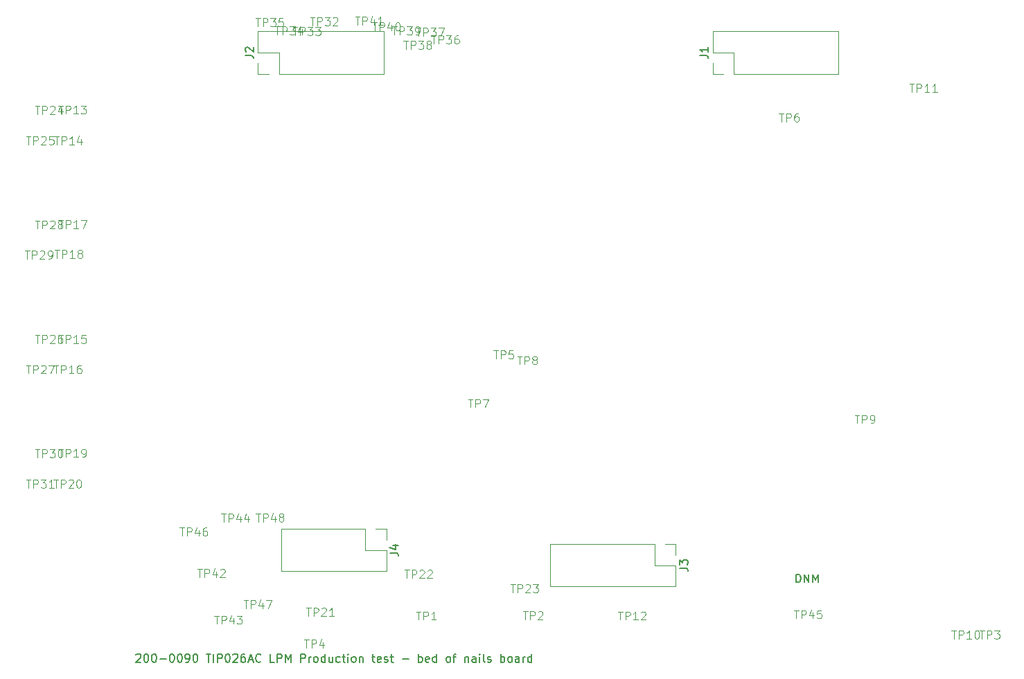
<source format=gbr>
%TF.GenerationSoftware,KiCad,Pcbnew,7.0.8*%
%TF.CreationDate,2023-12-20T09:48:56+01:00*%
%TF.ProjectId,Bed_of_nails,4265645f-6f66-45f6-9e61-696c732e6b69,AC*%
%TF.SameCoordinates,Original*%
%TF.FileFunction,Legend,Top*%
%TF.FilePolarity,Positive*%
%FSLAX46Y46*%
G04 Gerber Fmt 4.6, Leading zero omitted, Abs format (unit mm)*
G04 Created by KiCad (PCBNEW 7.0.8) date 2023-12-20 09:48:56*
%MOMM*%
%LPD*%
G01*
G04 APERTURE LIST*
%ADD10C,0.150000*%
%ADD11C,0.100000*%
%ADD12C,0.120000*%
G04 APERTURE END LIST*
D10*
X187332857Y-123804819D02*
X187332857Y-122804819D01*
X187332857Y-122804819D02*
X187570952Y-122804819D01*
X187570952Y-122804819D02*
X187713809Y-122852438D01*
X187713809Y-122852438D02*
X187809047Y-122947676D01*
X187809047Y-122947676D02*
X187856666Y-123042914D01*
X187856666Y-123042914D02*
X187904285Y-123233390D01*
X187904285Y-123233390D02*
X187904285Y-123376247D01*
X187904285Y-123376247D02*
X187856666Y-123566723D01*
X187856666Y-123566723D02*
X187809047Y-123661961D01*
X187809047Y-123661961D02*
X187713809Y-123757200D01*
X187713809Y-123757200D02*
X187570952Y-123804819D01*
X187570952Y-123804819D02*
X187332857Y-123804819D01*
X188332857Y-123804819D02*
X188332857Y-122804819D01*
X188332857Y-122804819D02*
X188904285Y-123804819D01*
X188904285Y-123804819D02*
X188904285Y-122804819D01*
X189380476Y-123804819D02*
X189380476Y-122804819D01*
X189380476Y-122804819D02*
X189713809Y-123519104D01*
X189713809Y-123519104D02*
X190047142Y-122804819D01*
X190047142Y-122804819D02*
X190047142Y-123804819D01*
X106689521Y-132670057D02*
X106737140Y-132622438D01*
X106737140Y-132622438D02*
X106832378Y-132574819D01*
X106832378Y-132574819D02*
X107070473Y-132574819D01*
X107070473Y-132574819D02*
X107165711Y-132622438D01*
X107165711Y-132622438D02*
X107213330Y-132670057D01*
X107213330Y-132670057D02*
X107260949Y-132765295D01*
X107260949Y-132765295D02*
X107260949Y-132860533D01*
X107260949Y-132860533D02*
X107213330Y-133003390D01*
X107213330Y-133003390D02*
X106641902Y-133574819D01*
X106641902Y-133574819D02*
X107260949Y-133574819D01*
X107879997Y-132574819D02*
X107975235Y-132574819D01*
X107975235Y-132574819D02*
X108070473Y-132622438D01*
X108070473Y-132622438D02*
X108118092Y-132670057D01*
X108118092Y-132670057D02*
X108165711Y-132765295D01*
X108165711Y-132765295D02*
X108213330Y-132955771D01*
X108213330Y-132955771D02*
X108213330Y-133193866D01*
X108213330Y-133193866D02*
X108165711Y-133384342D01*
X108165711Y-133384342D02*
X108118092Y-133479580D01*
X108118092Y-133479580D02*
X108070473Y-133527200D01*
X108070473Y-133527200D02*
X107975235Y-133574819D01*
X107975235Y-133574819D02*
X107879997Y-133574819D01*
X107879997Y-133574819D02*
X107784759Y-133527200D01*
X107784759Y-133527200D02*
X107737140Y-133479580D01*
X107737140Y-133479580D02*
X107689521Y-133384342D01*
X107689521Y-133384342D02*
X107641902Y-133193866D01*
X107641902Y-133193866D02*
X107641902Y-132955771D01*
X107641902Y-132955771D02*
X107689521Y-132765295D01*
X107689521Y-132765295D02*
X107737140Y-132670057D01*
X107737140Y-132670057D02*
X107784759Y-132622438D01*
X107784759Y-132622438D02*
X107879997Y-132574819D01*
X108832378Y-132574819D02*
X108927616Y-132574819D01*
X108927616Y-132574819D02*
X109022854Y-132622438D01*
X109022854Y-132622438D02*
X109070473Y-132670057D01*
X109070473Y-132670057D02*
X109118092Y-132765295D01*
X109118092Y-132765295D02*
X109165711Y-132955771D01*
X109165711Y-132955771D02*
X109165711Y-133193866D01*
X109165711Y-133193866D02*
X109118092Y-133384342D01*
X109118092Y-133384342D02*
X109070473Y-133479580D01*
X109070473Y-133479580D02*
X109022854Y-133527200D01*
X109022854Y-133527200D02*
X108927616Y-133574819D01*
X108927616Y-133574819D02*
X108832378Y-133574819D01*
X108832378Y-133574819D02*
X108737140Y-133527200D01*
X108737140Y-133527200D02*
X108689521Y-133479580D01*
X108689521Y-133479580D02*
X108641902Y-133384342D01*
X108641902Y-133384342D02*
X108594283Y-133193866D01*
X108594283Y-133193866D02*
X108594283Y-132955771D01*
X108594283Y-132955771D02*
X108641902Y-132765295D01*
X108641902Y-132765295D02*
X108689521Y-132670057D01*
X108689521Y-132670057D02*
X108737140Y-132622438D01*
X108737140Y-132622438D02*
X108832378Y-132574819D01*
X109594283Y-133193866D02*
X110356188Y-133193866D01*
X111022854Y-132574819D02*
X111118092Y-132574819D01*
X111118092Y-132574819D02*
X111213330Y-132622438D01*
X111213330Y-132622438D02*
X111260949Y-132670057D01*
X111260949Y-132670057D02*
X111308568Y-132765295D01*
X111308568Y-132765295D02*
X111356187Y-132955771D01*
X111356187Y-132955771D02*
X111356187Y-133193866D01*
X111356187Y-133193866D02*
X111308568Y-133384342D01*
X111308568Y-133384342D02*
X111260949Y-133479580D01*
X111260949Y-133479580D02*
X111213330Y-133527200D01*
X111213330Y-133527200D02*
X111118092Y-133574819D01*
X111118092Y-133574819D02*
X111022854Y-133574819D01*
X111022854Y-133574819D02*
X110927616Y-133527200D01*
X110927616Y-133527200D02*
X110879997Y-133479580D01*
X110879997Y-133479580D02*
X110832378Y-133384342D01*
X110832378Y-133384342D02*
X110784759Y-133193866D01*
X110784759Y-133193866D02*
X110784759Y-132955771D01*
X110784759Y-132955771D02*
X110832378Y-132765295D01*
X110832378Y-132765295D02*
X110879997Y-132670057D01*
X110879997Y-132670057D02*
X110927616Y-132622438D01*
X110927616Y-132622438D02*
X111022854Y-132574819D01*
X111975235Y-132574819D02*
X112070473Y-132574819D01*
X112070473Y-132574819D02*
X112165711Y-132622438D01*
X112165711Y-132622438D02*
X112213330Y-132670057D01*
X112213330Y-132670057D02*
X112260949Y-132765295D01*
X112260949Y-132765295D02*
X112308568Y-132955771D01*
X112308568Y-132955771D02*
X112308568Y-133193866D01*
X112308568Y-133193866D02*
X112260949Y-133384342D01*
X112260949Y-133384342D02*
X112213330Y-133479580D01*
X112213330Y-133479580D02*
X112165711Y-133527200D01*
X112165711Y-133527200D02*
X112070473Y-133574819D01*
X112070473Y-133574819D02*
X111975235Y-133574819D01*
X111975235Y-133574819D02*
X111879997Y-133527200D01*
X111879997Y-133527200D02*
X111832378Y-133479580D01*
X111832378Y-133479580D02*
X111784759Y-133384342D01*
X111784759Y-133384342D02*
X111737140Y-133193866D01*
X111737140Y-133193866D02*
X111737140Y-132955771D01*
X111737140Y-132955771D02*
X111784759Y-132765295D01*
X111784759Y-132765295D02*
X111832378Y-132670057D01*
X111832378Y-132670057D02*
X111879997Y-132622438D01*
X111879997Y-132622438D02*
X111975235Y-132574819D01*
X112784759Y-133574819D02*
X112975235Y-133574819D01*
X112975235Y-133574819D02*
X113070473Y-133527200D01*
X113070473Y-133527200D02*
X113118092Y-133479580D01*
X113118092Y-133479580D02*
X113213330Y-133336723D01*
X113213330Y-133336723D02*
X113260949Y-133146247D01*
X113260949Y-133146247D02*
X113260949Y-132765295D01*
X113260949Y-132765295D02*
X113213330Y-132670057D01*
X113213330Y-132670057D02*
X113165711Y-132622438D01*
X113165711Y-132622438D02*
X113070473Y-132574819D01*
X113070473Y-132574819D02*
X112879997Y-132574819D01*
X112879997Y-132574819D02*
X112784759Y-132622438D01*
X112784759Y-132622438D02*
X112737140Y-132670057D01*
X112737140Y-132670057D02*
X112689521Y-132765295D01*
X112689521Y-132765295D02*
X112689521Y-133003390D01*
X112689521Y-133003390D02*
X112737140Y-133098628D01*
X112737140Y-133098628D02*
X112784759Y-133146247D01*
X112784759Y-133146247D02*
X112879997Y-133193866D01*
X112879997Y-133193866D02*
X113070473Y-133193866D01*
X113070473Y-133193866D02*
X113165711Y-133146247D01*
X113165711Y-133146247D02*
X113213330Y-133098628D01*
X113213330Y-133098628D02*
X113260949Y-133003390D01*
X113879997Y-132574819D02*
X113975235Y-132574819D01*
X113975235Y-132574819D02*
X114070473Y-132622438D01*
X114070473Y-132622438D02*
X114118092Y-132670057D01*
X114118092Y-132670057D02*
X114165711Y-132765295D01*
X114165711Y-132765295D02*
X114213330Y-132955771D01*
X114213330Y-132955771D02*
X114213330Y-133193866D01*
X114213330Y-133193866D02*
X114165711Y-133384342D01*
X114165711Y-133384342D02*
X114118092Y-133479580D01*
X114118092Y-133479580D02*
X114070473Y-133527200D01*
X114070473Y-133527200D02*
X113975235Y-133574819D01*
X113975235Y-133574819D02*
X113879997Y-133574819D01*
X113879997Y-133574819D02*
X113784759Y-133527200D01*
X113784759Y-133527200D02*
X113737140Y-133479580D01*
X113737140Y-133479580D02*
X113689521Y-133384342D01*
X113689521Y-133384342D02*
X113641902Y-133193866D01*
X113641902Y-133193866D02*
X113641902Y-132955771D01*
X113641902Y-132955771D02*
X113689521Y-132765295D01*
X113689521Y-132765295D02*
X113737140Y-132670057D01*
X113737140Y-132670057D02*
X113784759Y-132622438D01*
X113784759Y-132622438D02*
X113879997Y-132574819D01*
X115260950Y-132574819D02*
X115832378Y-132574819D01*
X115546664Y-133574819D02*
X115546664Y-132574819D01*
X116165712Y-133574819D02*
X116165712Y-132574819D01*
X116641902Y-133574819D02*
X116641902Y-132574819D01*
X116641902Y-132574819D02*
X117022854Y-132574819D01*
X117022854Y-132574819D02*
X117118092Y-132622438D01*
X117118092Y-132622438D02*
X117165711Y-132670057D01*
X117165711Y-132670057D02*
X117213330Y-132765295D01*
X117213330Y-132765295D02*
X117213330Y-132908152D01*
X117213330Y-132908152D02*
X117165711Y-133003390D01*
X117165711Y-133003390D02*
X117118092Y-133051009D01*
X117118092Y-133051009D02*
X117022854Y-133098628D01*
X117022854Y-133098628D02*
X116641902Y-133098628D01*
X117832378Y-132574819D02*
X117927616Y-132574819D01*
X117927616Y-132574819D02*
X118022854Y-132622438D01*
X118022854Y-132622438D02*
X118070473Y-132670057D01*
X118070473Y-132670057D02*
X118118092Y-132765295D01*
X118118092Y-132765295D02*
X118165711Y-132955771D01*
X118165711Y-132955771D02*
X118165711Y-133193866D01*
X118165711Y-133193866D02*
X118118092Y-133384342D01*
X118118092Y-133384342D02*
X118070473Y-133479580D01*
X118070473Y-133479580D02*
X118022854Y-133527200D01*
X118022854Y-133527200D02*
X117927616Y-133574819D01*
X117927616Y-133574819D02*
X117832378Y-133574819D01*
X117832378Y-133574819D02*
X117737140Y-133527200D01*
X117737140Y-133527200D02*
X117689521Y-133479580D01*
X117689521Y-133479580D02*
X117641902Y-133384342D01*
X117641902Y-133384342D02*
X117594283Y-133193866D01*
X117594283Y-133193866D02*
X117594283Y-132955771D01*
X117594283Y-132955771D02*
X117641902Y-132765295D01*
X117641902Y-132765295D02*
X117689521Y-132670057D01*
X117689521Y-132670057D02*
X117737140Y-132622438D01*
X117737140Y-132622438D02*
X117832378Y-132574819D01*
X118546664Y-132670057D02*
X118594283Y-132622438D01*
X118594283Y-132622438D02*
X118689521Y-132574819D01*
X118689521Y-132574819D02*
X118927616Y-132574819D01*
X118927616Y-132574819D02*
X119022854Y-132622438D01*
X119022854Y-132622438D02*
X119070473Y-132670057D01*
X119070473Y-132670057D02*
X119118092Y-132765295D01*
X119118092Y-132765295D02*
X119118092Y-132860533D01*
X119118092Y-132860533D02*
X119070473Y-133003390D01*
X119070473Y-133003390D02*
X118499045Y-133574819D01*
X118499045Y-133574819D02*
X119118092Y-133574819D01*
X119975235Y-132574819D02*
X119784759Y-132574819D01*
X119784759Y-132574819D02*
X119689521Y-132622438D01*
X119689521Y-132622438D02*
X119641902Y-132670057D01*
X119641902Y-132670057D02*
X119546664Y-132812914D01*
X119546664Y-132812914D02*
X119499045Y-133003390D01*
X119499045Y-133003390D02*
X119499045Y-133384342D01*
X119499045Y-133384342D02*
X119546664Y-133479580D01*
X119546664Y-133479580D02*
X119594283Y-133527200D01*
X119594283Y-133527200D02*
X119689521Y-133574819D01*
X119689521Y-133574819D02*
X119879997Y-133574819D01*
X119879997Y-133574819D02*
X119975235Y-133527200D01*
X119975235Y-133527200D02*
X120022854Y-133479580D01*
X120022854Y-133479580D02*
X120070473Y-133384342D01*
X120070473Y-133384342D02*
X120070473Y-133146247D01*
X120070473Y-133146247D02*
X120022854Y-133051009D01*
X120022854Y-133051009D02*
X119975235Y-133003390D01*
X119975235Y-133003390D02*
X119879997Y-132955771D01*
X119879997Y-132955771D02*
X119689521Y-132955771D01*
X119689521Y-132955771D02*
X119594283Y-133003390D01*
X119594283Y-133003390D02*
X119546664Y-133051009D01*
X119546664Y-133051009D02*
X119499045Y-133146247D01*
X120451426Y-133289104D02*
X120927616Y-133289104D01*
X120356188Y-133574819D02*
X120689521Y-132574819D01*
X120689521Y-132574819D02*
X121022854Y-133574819D01*
X121927616Y-133479580D02*
X121879997Y-133527200D01*
X121879997Y-133527200D02*
X121737140Y-133574819D01*
X121737140Y-133574819D02*
X121641902Y-133574819D01*
X121641902Y-133574819D02*
X121499045Y-133527200D01*
X121499045Y-133527200D02*
X121403807Y-133431961D01*
X121403807Y-133431961D02*
X121356188Y-133336723D01*
X121356188Y-133336723D02*
X121308569Y-133146247D01*
X121308569Y-133146247D02*
X121308569Y-133003390D01*
X121308569Y-133003390D02*
X121356188Y-132812914D01*
X121356188Y-132812914D02*
X121403807Y-132717676D01*
X121403807Y-132717676D02*
X121499045Y-132622438D01*
X121499045Y-132622438D02*
X121641902Y-132574819D01*
X121641902Y-132574819D02*
X121737140Y-132574819D01*
X121737140Y-132574819D02*
X121879997Y-132622438D01*
X121879997Y-132622438D02*
X121927616Y-132670057D01*
X123594283Y-133574819D02*
X123118093Y-133574819D01*
X123118093Y-133574819D02*
X123118093Y-132574819D01*
X123927617Y-133574819D02*
X123927617Y-132574819D01*
X123927617Y-132574819D02*
X124308569Y-132574819D01*
X124308569Y-132574819D02*
X124403807Y-132622438D01*
X124403807Y-132622438D02*
X124451426Y-132670057D01*
X124451426Y-132670057D02*
X124499045Y-132765295D01*
X124499045Y-132765295D02*
X124499045Y-132908152D01*
X124499045Y-132908152D02*
X124451426Y-133003390D01*
X124451426Y-133003390D02*
X124403807Y-133051009D01*
X124403807Y-133051009D02*
X124308569Y-133098628D01*
X124308569Y-133098628D02*
X123927617Y-133098628D01*
X124927617Y-133574819D02*
X124927617Y-132574819D01*
X124927617Y-132574819D02*
X125260950Y-133289104D01*
X125260950Y-133289104D02*
X125594283Y-132574819D01*
X125594283Y-132574819D02*
X125594283Y-133574819D01*
X126832379Y-133574819D02*
X126832379Y-132574819D01*
X126832379Y-132574819D02*
X127213331Y-132574819D01*
X127213331Y-132574819D02*
X127308569Y-132622438D01*
X127308569Y-132622438D02*
X127356188Y-132670057D01*
X127356188Y-132670057D02*
X127403807Y-132765295D01*
X127403807Y-132765295D02*
X127403807Y-132908152D01*
X127403807Y-132908152D02*
X127356188Y-133003390D01*
X127356188Y-133003390D02*
X127308569Y-133051009D01*
X127308569Y-133051009D02*
X127213331Y-133098628D01*
X127213331Y-133098628D02*
X126832379Y-133098628D01*
X127832379Y-133574819D02*
X127832379Y-132908152D01*
X127832379Y-133098628D02*
X127879998Y-133003390D01*
X127879998Y-133003390D02*
X127927617Y-132955771D01*
X127927617Y-132955771D02*
X128022855Y-132908152D01*
X128022855Y-132908152D02*
X128118093Y-132908152D01*
X128594284Y-133574819D02*
X128499046Y-133527200D01*
X128499046Y-133527200D02*
X128451427Y-133479580D01*
X128451427Y-133479580D02*
X128403808Y-133384342D01*
X128403808Y-133384342D02*
X128403808Y-133098628D01*
X128403808Y-133098628D02*
X128451427Y-133003390D01*
X128451427Y-133003390D02*
X128499046Y-132955771D01*
X128499046Y-132955771D02*
X128594284Y-132908152D01*
X128594284Y-132908152D02*
X128737141Y-132908152D01*
X128737141Y-132908152D02*
X128832379Y-132955771D01*
X128832379Y-132955771D02*
X128879998Y-133003390D01*
X128879998Y-133003390D02*
X128927617Y-133098628D01*
X128927617Y-133098628D02*
X128927617Y-133384342D01*
X128927617Y-133384342D02*
X128879998Y-133479580D01*
X128879998Y-133479580D02*
X128832379Y-133527200D01*
X128832379Y-133527200D02*
X128737141Y-133574819D01*
X128737141Y-133574819D02*
X128594284Y-133574819D01*
X129784760Y-133574819D02*
X129784760Y-132574819D01*
X129784760Y-133527200D02*
X129689522Y-133574819D01*
X129689522Y-133574819D02*
X129499046Y-133574819D01*
X129499046Y-133574819D02*
X129403808Y-133527200D01*
X129403808Y-133527200D02*
X129356189Y-133479580D01*
X129356189Y-133479580D02*
X129308570Y-133384342D01*
X129308570Y-133384342D02*
X129308570Y-133098628D01*
X129308570Y-133098628D02*
X129356189Y-133003390D01*
X129356189Y-133003390D02*
X129403808Y-132955771D01*
X129403808Y-132955771D02*
X129499046Y-132908152D01*
X129499046Y-132908152D02*
X129689522Y-132908152D01*
X129689522Y-132908152D02*
X129784760Y-132955771D01*
X130689522Y-132908152D02*
X130689522Y-133574819D01*
X130260951Y-132908152D02*
X130260951Y-133431961D01*
X130260951Y-133431961D02*
X130308570Y-133527200D01*
X130308570Y-133527200D02*
X130403808Y-133574819D01*
X130403808Y-133574819D02*
X130546665Y-133574819D01*
X130546665Y-133574819D02*
X130641903Y-133527200D01*
X130641903Y-133527200D02*
X130689522Y-133479580D01*
X131594284Y-133527200D02*
X131499046Y-133574819D01*
X131499046Y-133574819D02*
X131308570Y-133574819D01*
X131308570Y-133574819D02*
X131213332Y-133527200D01*
X131213332Y-133527200D02*
X131165713Y-133479580D01*
X131165713Y-133479580D02*
X131118094Y-133384342D01*
X131118094Y-133384342D02*
X131118094Y-133098628D01*
X131118094Y-133098628D02*
X131165713Y-133003390D01*
X131165713Y-133003390D02*
X131213332Y-132955771D01*
X131213332Y-132955771D02*
X131308570Y-132908152D01*
X131308570Y-132908152D02*
X131499046Y-132908152D01*
X131499046Y-132908152D02*
X131594284Y-132955771D01*
X131879999Y-132908152D02*
X132260951Y-132908152D01*
X132022856Y-132574819D02*
X132022856Y-133431961D01*
X132022856Y-133431961D02*
X132070475Y-133527200D01*
X132070475Y-133527200D02*
X132165713Y-133574819D01*
X132165713Y-133574819D02*
X132260951Y-133574819D01*
X132594285Y-133574819D02*
X132594285Y-132908152D01*
X132594285Y-132574819D02*
X132546666Y-132622438D01*
X132546666Y-132622438D02*
X132594285Y-132670057D01*
X132594285Y-132670057D02*
X132641904Y-132622438D01*
X132641904Y-132622438D02*
X132594285Y-132574819D01*
X132594285Y-132574819D02*
X132594285Y-132670057D01*
X133213332Y-133574819D02*
X133118094Y-133527200D01*
X133118094Y-133527200D02*
X133070475Y-133479580D01*
X133070475Y-133479580D02*
X133022856Y-133384342D01*
X133022856Y-133384342D02*
X133022856Y-133098628D01*
X133022856Y-133098628D02*
X133070475Y-133003390D01*
X133070475Y-133003390D02*
X133118094Y-132955771D01*
X133118094Y-132955771D02*
X133213332Y-132908152D01*
X133213332Y-132908152D02*
X133356189Y-132908152D01*
X133356189Y-132908152D02*
X133451427Y-132955771D01*
X133451427Y-132955771D02*
X133499046Y-133003390D01*
X133499046Y-133003390D02*
X133546665Y-133098628D01*
X133546665Y-133098628D02*
X133546665Y-133384342D01*
X133546665Y-133384342D02*
X133499046Y-133479580D01*
X133499046Y-133479580D02*
X133451427Y-133527200D01*
X133451427Y-133527200D02*
X133356189Y-133574819D01*
X133356189Y-133574819D02*
X133213332Y-133574819D01*
X133975237Y-132908152D02*
X133975237Y-133574819D01*
X133975237Y-133003390D02*
X134022856Y-132955771D01*
X134022856Y-132955771D02*
X134118094Y-132908152D01*
X134118094Y-132908152D02*
X134260951Y-132908152D01*
X134260951Y-132908152D02*
X134356189Y-132955771D01*
X134356189Y-132955771D02*
X134403808Y-133051009D01*
X134403808Y-133051009D02*
X134403808Y-133574819D01*
X135499047Y-132908152D02*
X135879999Y-132908152D01*
X135641904Y-132574819D02*
X135641904Y-133431961D01*
X135641904Y-133431961D02*
X135689523Y-133527200D01*
X135689523Y-133527200D02*
X135784761Y-133574819D01*
X135784761Y-133574819D02*
X135879999Y-133574819D01*
X136594285Y-133527200D02*
X136499047Y-133574819D01*
X136499047Y-133574819D02*
X136308571Y-133574819D01*
X136308571Y-133574819D02*
X136213333Y-133527200D01*
X136213333Y-133527200D02*
X136165714Y-133431961D01*
X136165714Y-133431961D02*
X136165714Y-133051009D01*
X136165714Y-133051009D02*
X136213333Y-132955771D01*
X136213333Y-132955771D02*
X136308571Y-132908152D01*
X136308571Y-132908152D02*
X136499047Y-132908152D01*
X136499047Y-132908152D02*
X136594285Y-132955771D01*
X136594285Y-132955771D02*
X136641904Y-133051009D01*
X136641904Y-133051009D02*
X136641904Y-133146247D01*
X136641904Y-133146247D02*
X136165714Y-133241485D01*
X137022857Y-133527200D02*
X137118095Y-133574819D01*
X137118095Y-133574819D02*
X137308571Y-133574819D01*
X137308571Y-133574819D02*
X137403809Y-133527200D01*
X137403809Y-133527200D02*
X137451428Y-133431961D01*
X137451428Y-133431961D02*
X137451428Y-133384342D01*
X137451428Y-133384342D02*
X137403809Y-133289104D01*
X137403809Y-133289104D02*
X137308571Y-133241485D01*
X137308571Y-133241485D02*
X137165714Y-133241485D01*
X137165714Y-133241485D02*
X137070476Y-133193866D01*
X137070476Y-133193866D02*
X137022857Y-133098628D01*
X137022857Y-133098628D02*
X137022857Y-133051009D01*
X137022857Y-133051009D02*
X137070476Y-132955771D01*
X137070476Y-132955771D02*
X137165714Y-132908152D01*
X137165714Y-132908152D02*
X137308571Y-132908152D01*
X137308571Y-132908152D02*
X137403809Y-132955771D01*
X137737143Y-132908152D02*
X138118095Y-132908152D01*
X137880000Y-132574819D02*
X137880000Y-133431961D01*
X137880000Y-133431961D02*
X137927619Y-133527200D01*
X137927619Y-133527200D02*
X138022857Y-133574819D01*
X138022857Y-133574819D02*
X138118095Y-133574819D01*
X139213334Y-133193866D02*
X139975239Y-133193866D01*
X141213334Y-133574819D02*
X141213334Y-132574819D01*
X141213334Y-132955771D02*
X141308572Y-132908152D01*
X141308572Y-132908152D02*
X141499048Y-132908152D01*
X141499048Y-132908152D02*
X141594286Y-132955771D01*
X141594286Y-132955771D02*
X141641905Y-133003390D01*
X141641905Y-133003390D02*
X141689524Y-133098628D01*
X141689524Y-133098628D02*
X141689524Y-133384342D01*
X141689524Y-133384342D02*
X141641905Y-133479580D01*
X141641905Y-133479580D02*
X141594286Y-133527200D01*
X141594286Y-133527200D02*
X141499048Y-133574819D01*
X141499048Y-133574819D02*
X141308572Y-133574819D01*
X141308572Y-133574819D02*
X141213334Y-133527200D01*
X142499048Y-133527200D02*
X142403810Y-133574819D01*
X142403810Y-133574819D02*
X142213334Y-133574819D01*
X142213334Y-133574819D02*
X142118096Y-133527200D01*
X142118096Y-133527200D02*
X142070477Y-133431961D01*
X142070477Y-133431961D02*
X142070477Y-133051009D01*
X142070477Y-133051009D02*
X142118096Y-132955771D01*
X142118096Y-132955771D02*
X142213334Y-132908152D01*
X142213334Y-132908152D02*
X142403810Y-132908152D01*
X142403810Y-132908152D02*
X142499048Y-132955771D01*
X142499048Y-132955771D02*
X142546667Y-133051009D01*
X142546667Y-133051009D02*
X142546667Y-133146247D01*
X142546667Y-133146247D02*
X142070477Y-133241485D01*
X143403810Y-133574819D02*
X143403810Y-132574819D01*
X143403810Y-133527200D02*
X143308572Y-133574819D01*
X143308572Y-133574819D02*
X143118096Y-133574819D01*
X143118096Y-133574819D02*
X143022858Y-133527200D01*
X143022858Y-133527200D02*
X142975239Y-133479580D01*
X142975239Y-133479580D02*
X142927620Y-133384342D01*
X142927620Y-133384342D02*
X142927620Y-133098628D01*
X142927620Y-133098628D02*
X142975239Y-133003390D01*
X142975239Y-133003390D02*
X143022858Y-132955771D01*
X143022858Y-132955771D02*
X143118096Y-132908152D01*
X143118096Y-132908152D02*
X143308572Y-132908152D01*
X143308572Y-132908152D02*
X143403810Y-132955771D01*
X144784763Y-133574819D02*
X144689525Y-133527200D01*
X144689525Y-133527200D02*
X144641906Y-133479580D01*
X144641906Y-133479580D02*
X144594287Y-133384342D01*
X144594287Y-133384342D02*
X144594287Y-133098628D01*
X144594287Y-133098628D02*
X144641906Y-133003390D01*
X144641906Y-133003390D02*
X144689525Y-132955771D01*
X144689525Y-132955771D02*
X144784763Y-132908152D01*
X144784763Y-132908152D02*
X144927620Y-132908152D01*
X144927620Y-132908152D02*
X145022858Y-132955771D01*
X145022858Y-132955771D02*
X145070477Y-133003390D01*
X145070477Y-133003390D02*
X145118096Y-133098628D01*
X145118096Y-133098628D02*
X145118096Y-133384342D01*
X145118096Y-133384342D02*
X145070477Y-133479580D01*
X145070477Y-133479580D02*
X145022858Y-133527200D01*
X145022858Y-133527200D02*
X144927620Y-133574819D01*
X144927620Y-133574819D02*
X144784763Y-133574819D01*
X145403811Y-132908152D02*
X145784763Y-132908152D01*
X145546668Y-133574819D02*
X145546668Y-132717676D01*
X145546668Y-132717676D02*
X145594287Y-132622438D01*
X145594287Y-132622438D02*
X145689525Y-132574819D01*
X145689525Y-132574819D02*
X145784763Y-132574819D01*
X146880002Y-132908152D02*
X146880002Y-133574819D01*
X146880002Y-133003390D02*
X146927621Y-132955771D01*
X146927621Y-132955771D02*
X147022859Y-132908152D01*
X147022859Y-132908152D02*
X147165716Y-132908152D01*
X147165716Y-132908152D02*
X147260954Y-132955771D01*
X147260954Y-132955771D02*
X147308573Y-133051009D01*
X147308573Y-133051009D02*
X147308573Y-133574819D01*
X148213335Y-133574819D02*
X148213335Y-133051009D01*
X148213335Y-133051009D02*
X148165716Y-132955771D01*
X148165716Y-132955771D02*
X148070478Y-132908152D01*
X148070478Y-132908152D02*
X147880002Y-132908152D01*
X147880002Y-132908152D02*
X147784764Y-132955771D01*
X148213335Y-133527200D02*
X148118097Y-133574819D01*
X148118097Y-133574819D02*
X147880002Y-133574819D01*
X147880002Y-133574819D02*
X147784764Y-133527200D01*
X147784764Y-133527200D02*
X147737145Y-133431961D01*
X147737145Y-133431961D02*
X147737145Y-133336723D01*
X147737145Y-133336723D02*
X147784764Y-133241485D01*
X147784764Y-133241485D02*
X147880002Y-133193866D01*
X147880002Y-133193866D02*
X148118097Y-133193866D01*
X148118097Y-133193866D02*
X148213335Y-133146247D01*
X148689526Y-133574819D02*
X148689526Y-132908152D01*
X148689526Y-132574819D02*
X148641907Y-132622438D01*
X148641907Y-132622438D02*
X148689526Y-132670057D01*
X148689526Y-132670057D02*
X148737145Y-132622438D01*
X148737145Y-132622438D02*
X148689526Y-132574819D01*
X148689526Y-132574819D02*
X148689526Y-132670057D01*
X149308573Y-133574819D02*
X149213335Y-133527200D01*
X149213335Y-133527200D02*
X149165716Y-133431961D01*
X149165716Y-133431961D02*
X149165716Y-132574819D01*
X149641907Y-133527200D02*
X149737145Y-133574819D01*
X149737145Y-133574819D02*
X149927621Y-133574819D01*
X149927621Y-133574819D02*
X150022859Y-133527200D01*
X150022859Y-133527200D02*
X150070478Y-133431961D01*
X150070478Y-133431961D02*
X150070478Y-133384342D01*
X150070478Y-133384342D02*
X150022859Y-133289104D01*
X150022859Y-133289104D02*
X149927621Y-133241485D01*
X149927621Y-133241485D02*
X149784764Y-133241485D01*
X149784764Y-133241485D02*
X149689526Y-133193866D01*
X149689526Y-133193866D02*
X149641907Y-133098628D01*
X149641907Y-133098628D02*
X149641907Y-133051009D01*
X149641907Y-133051009D02*
X149689526Y-132955771D01*
X149689526Y-132955771D02*
X149784764Y-132908152D01*
X149784764Y-132908152D02*
X149927621Y-132908152D01*
X149927621Y-132908152D02*
X150022859Y-132955771D01*
X151260955Y-133574819D02*
X151260955Y-132574819D01*
X151260955Y-132955771D02*
X151356193Y-132908152D01*
X151356193Y-132908152D02*
X151546669Y-132908152D01*
X151546669Y-132908152D02*
X151641907Y-132955771D01*
X151641907Y-132955771D02*
X151689526Y-133003390D01*
X151689526Y-133003390D02*
X151737145Y-133098628D01*
X151737145Y-133098628D02*
X151737145Y-133384342D01*
X151737145Y-133384342D02*
X151689526Y-133479580D01*
X151689526Y-133479580D02*
X151641907Y-133527200D01*
X151641907Y-133527200D02*
X151546669Y-133574819D01*
X151546669Y-133574819D02*
X151356193Y-133574819D01*
X151356193Y-133574819D02*
X151260955Y-133527200D01*
X152308574Y-133574819D02*
X152213336Y-133527200D01*
X152213336Y-133527200D02*
X152165717Y-133479580D01*
X152165717Y-133479580D02*
X152118098Y-133384342D01*
X152118098Y-133384342D02*
X152118098Y-133098628D01*
X152118098Y-133098628D02*
X152165717Y-133003390D01*
X152165717Y-133003390D02*
X152213336Y-132955771D01*
X152213336Y-132955771D02*
X152308574Y-132908152D01*
X152308574Y-132908152D02*
X152451431Y-132908152D01*
X152451431Y-132908152D02*
X152546669Y-132955771D01*
X152546669Y-132955771D02*
X152594288Y-133003390D01*
X152594288Y-133003390D02*
X152641907Y-133098628D01*
X152641907Y-133098628D02*
X152641907Y-133384342D01*
X152641907Y-133384342D02*
X152594288Y-133479580D01*
X152594288Y-133479580D02*
X152546669Y-133527200D01*
X152546669Y-133527200D02*
X152451431Y-133574819D01*
X152451431Y-133574819D02*
X152308574Y-133574819D01*
X153499050Y-133574819D02*
X153499050Y-133051009D01*
X153499050Y-133051009D02*
X153451431Y-132955771D01*
X153451431Y-132955771D02*
X153356193Y-132908152D01*
X153356193Y-132908152D02*
X153165717Y-132908152D01*
X153165717Y-132908152D02*
X153070479Y-132955771D01*
X153499050Y-133527200D02*
X153403812Y-133574819D01*
X153403812Y-133574819D02*
X153165717Y-133574819D01*
X153165717Y-133574819D02*
X153070479Y-133527200D01*
X153070479Y-133527200D02*
X153022860Y-133431961D01*
X153022860Y-133431961D02*
X153022860Y-133336723D01*
X153022860Y-133336723D02*
X153070479Y-133241485D01*
X153070479Y-133241485D02*
X153165717Y-133193866D01*
X153165717Y-133193866D02*
X153403812Y-133193866D01*
X153403812Y-133193866D02*
X153499050Y-133146247D01*
X153975241Y-133574819D02*
X153975241Y-132908152D01*
X153975241Y-133098628D02*
X154022860Y-133003390D01*
X154022860Y-133003390D02*
X154070479Y-132955771D01*
X154070479Y-132955771D02*
X154165717Y-132908152D01*
X154165717Y-132908152D02*
X154260955Y-132908152D01*
X155022860Y-133574819D02*
X155022860Y-132574819D01*
X155022860Y-133527200D02*
X154927622Y-133574819D01*
X154927622Y-133574819D02*
X154737146Y-133574819D01*
X154737146Y-133574819D02*
X154641908Y-133527200D01*
X154641908Y-133527200D02*
X154594289Y-133479580D01*
X154594289Y-133479580D02*
X154546670Y-133384342D01*
X154546670Y-133384342D02*
X154546670Y-133098628D01*
X154546670Y-133098628D02*
X154594289Y-133003390D01*
X154594289Y-133003390D02*
X154641908Y-132955771D01*
X154641908Y-132955771D02*
X154737146Y-132908152D01*
X154737146Y-132908152D02*
X154927622Y-132908152D01*
X154927622Y-132908152D02*
X155022860Y-132955771D01*
D11*
X121336637Y-115377438D02*
X121908065Y-115377438D01*
X121622351Y-116377438D02*
X121622351Y-115377438D01*
X122241399Y-116377438D02*
X122241399Y-115377438D01*
X122241399Y-115377438D02*
X122622351Y-115377438D01*
X122622351Y-115377438D02*
X122717589Y-115425057D01*
X122717589Y-115425057D02*
X122765208Y-115472676D01*
X122765208Y-115472676D02*
X122812827Y-115567914D01*
X122812827Y-115567914D02*
X122812827Y-115710771D01*
X122812827Y-115710771D02*
X122765208Y-115806009D01*
X122765208Y-115806009D02*
X122717589Y-115853628D01*
X122717589Y-115853628D02*
X122622351Y-115901247D01*
X122622351Y-115901247D02*
X122241399Y-115901247D01*
X123669970Y-115710771D02*
X123669970Y-116377438D01*
X123431875Y-115329819D02*
X123193780Y-116044104D01*
X123193780Y-116044104D02*
X123812827Y-116044104D01*
X124336637Y-115806009D02*
X124241399Y-115758390D01*
X124241399Y-115758390D02*
X124193780Y-115710771D01*
X124193780Y-115710771D02*
X124146161Y-115615533D01*
X124146161Y-115615533D02*
X124146161Y-115567914D01*
X124146161Y-115567914D02*
X124193780Y-115472676D01*
X124193780Y-115472676D02*
X124241399Y-115425057D01*
X124241399Y-115425057D02*
X124336637Y-115377438D01*
X124336637Y-115377438D02*
X124527113Y-115377438D01*
X124527113Y-115377438D02*
X124622351Y-115425057D01*
X124622351Y-115425057D02*
X124669970Y-115472676D01*
X124669970Y-115472676D02*
X124717589Y-115567914D01*
X124717589Y-115567914D02*
X124717589Y-115615533D01*
X124717589Y-115615533D02*
X124669970Y-115710771D01*
X124669970Y-115710771D02*
X124622351Y-115758390D01*
X124622351Y-115758390D02*
X124527113Y-115806009D01*
X124527113Y-115806009D02*
X124336637Y-115806009D01*
X124336637Y-115806009D02*
X124241399Y-115853628D01*
X124241399Y-115853628D02*
X124193780Y-115901247D01*
X124193780Y-115901247D02*
X124146161Y-115996485D01*
X124146161Y-115996485D02*
X124146161Y-116186961D01*
X124146161Y-116186961D02*
X124193780Y-116282199D01*
X124193780Y-116282199D02*
X124241399Y-116329819D01*
X124241399Y-116329819D02*
X124336637Y-116377438D01*
X124336637Y-116377438D02*
X124527113Y-116377438D01*
X124527113Y-116377438D02*
X124622351Y-116329819D01*
X124622351Y-116329819D02*
X124669970Y-116282199D01*
X124669970Y-116282199D02*
X124717589Y-116186961D01*
X124717589Y-116186961D02*
X124717589Y-115996485D01*
X124717589Y-115996485D02*
X124669970Y-115901247D01*
X124669970Y-115901247D02*
X124622351Y-115853628D01*
X124622351Y-115853628D02*
X124527113Y-115806009D01*
X119821642Y-125957394D02*
X120393070Y-125957394D01*
X120107356Y-126957394D02*
X120107356Y-125957394D01*
X120726404Y-126957394D02*
X120726404Y-125957394D01*
X120726404Y-125957394D02*
X121107356Y-125957394D01*
X121107356Y-125957394D02*
X121202594Y-126005013D01*
X121202594Y-126005013D02*
X121250213Y-126052632D01*
X121250213Y-126052632D02*
X121297832Y-126147870D01*
X121297832Y-126147870D02*
X121297832Y-126290727D01*
X121297832Y-126290727D02*
X121250213Y-126385965D01*
X121250213Y-126385965D02*
X121202594Y-126433584D01*
X121202594Y-126433584D02*
X121107356Y-126481203D01*
X121107356Y-126481203D02*
X120726404Y-126481203D01*
X122154975Y-126290727D02*
X122154975Y-126957394D01*
X121916880Y-125909775D02*
X121678785Y-126624060D01*
X121678785Y-126624060D02*
X122297832Y-126624060D01*
X122583547Y-125957394D02*
X123250213Y-125957394D01*
X123250213Y-125957394D02*
X122821642Y-126957394D01*
X112031654Y-117107418D02*
X112603082Y-117107418D01*
X112317368Y-118107418D02*
X112317368Y-117107418D01*
X112936416Y-118107418D02*
X112936416Y-117107418D01*
X112936416Y-117107418D02*
X113317368Y-117107418D01*
X113317368Y-117107418D02*
X113412606Y-117155037D01*
X113412606Y-117155037D02*
X113460225Y-117202656D01*
X113460225Y-117202656D02*
X113507844Y-117297894D01*
X113507844Y-117297894D02*
X113507844Y-117440751D01*
X113507844Y-117440751D02*
X113460225Y-117535989D01*
X113460225Y-117535989D02*
X113412606Y-117583608D01*
X113412606Y-117583608D02*
X113317368Y-117631227D01*
X113317368Y-117631227D02*
X112936416Y-117631227D01*
X114364987Y-117440751D02*
X114364987Y-118107418D01*
X114126892Y-117059799D02*
X113888797Y-117774084D01*
X113888797Y-117774084D02*
X114507844Y-117774084D01*
X115317368Y-117107418D02*
X115126892Y-117107418D01*
X115126892Y-117107418D02*
X115031654Y-117155037D01*
X115031654Y-117155037D02*
X114984035Y-117202656D01*
X114984035Y-117202656D02*
X114888797Y-117345513D01*
X114888797Y-117345513D02*
X114841178Y-117535989D01*
X114841178Y-117535989D02*
X114841178Y-117916941D01*
X114841178Y-117916941D02*
X114888797Y-118012179D01*
X114888797Y-118012179D02*
X114936416Y-118059799D01*
X114936416Y-118059799D02*
X115031654Y-118107418D01*
X115031654Y-118107418D02*
X115222130Y-118107418D01*
X115222130Y-118107418D02*
X115317368Y-118059799D01*
X115317368Y-118059799D02*
X115364987Y-118012179D01*
X115364987Y-118012179D02*
X115412606Y-117916941D01*
X115412606Y-117916941D02*
X115412606Y-117678846D01*
X115412606Y-117678846D02*
X115364987Y-117583608D01*
X115364987Y-117583608D02*
X115317368Y-117535989D01*
X115317368Y-117535989D02*
X115222130Y-117488370D01*
X115222130Y-117488370D02*
X115031654Y-117488370D01*
X115031654Y-117488370D02*
X114936416Y-117535989D01*
X114936416Y-117535989D02*
X114888797Y-117583608D01*
X114888797Y-117583608D02*
X114841178Y-117678846D01*
X187082619Y-127207419D02*
X187654047Y-127207419D01*
X187368333Y-128207419D02*
X187368333Y-127207419D01*
X187987381Y-128207419D02*
X187987381Y-127207419D01*
X187987381Y-127207419D02*
X188368333Y-127207419D01*
X188368333Y-127207419D02*
X188463571Y-127255038D01*
X188463571Y-127255038D02*
X188511190Y-127302657D01*
X188511190Y-127302657D02*
X188558809Y-127397895D01*
X188558809Y-127397895D02*
X188558809Y-127540752D01*
X188558809Y-127540752D02*
X188511190Y-127635990D01*
X188511190Y-127635990D02*
X188463571Y-127683609D01*
X188463571Y-127683609D02*
X188368333Y-127731228D01*
X188368333Y-127731228D02*
X187987381Y-127731228D01*
X189415952Y-127540752D02*
X189415952Y-128207419D01*
X189177857Y-127159800D02*
X188939762Y-127874085D01*
X188939762Y-127874085D02*
X189558809Y-127874085D01*
X190415952Y-127207419D02*
X189939762Y-127207419D01*
X189939762Y-127207419D02*
X189892143Y-127683609D01*
X189892143Y-127683609D02*
X189939762Y-127635990D01*
X189939762Y-127635990D02*
X190035000Y-127588371D01*
X190035000Y-127588371D02*
X190273095Y-127588371D01*
X190273095Y-127588371D02*
X190368333Y-127635990D01*
X190368333Y-127635990D02*
X190415952Y-127683609D01*
X190415952Y-127683609D02*
X190463571Y-127778847D01*
X190463571Y-127778847D02*
X190463571Y-128016942D01*
X190463571Y-128016942D02*
X190415952Y-128112180D01*
X190415952Y-128112180D02*
X190368333Y-128159800D01*
X190368333Y-128159800D02*
X190273095Y-128207419D01*
X190273095Y-128207419D02*
X190035000Y-128207419D01*
X190035000Y-128207419D02*
X189939762Y-128159800D01*
X189939762Y-128159800D02*
X189892143Y-128112180D01*
X117100319Y-115421739D02*
X117671747Y-115421739D01*
X117386033Y-116421739D02*
X117386033Y-115421739D01*
X118005081Y-116421739D02*
X118005081Y-115421739D01*
X118005081Y-115421739D02*
X118386033Y-115421739D01*
X118386033Y-115421739D02*
X118481271Y-115469358D01*
X118481271Y-115469358D02*
X118528890Y-115516977D01*
X118528890Y-115516977D02*
X118576509Y-115612215D01*
X118576509Y-115612215D02*
X118576509Y-115755072D01*
X118576509Y-115755072D02*
X118528890Y-115850310D01*
X118528890Y-115850310D02*
X118481271Y-115897929D01*
X118481271Y-115897929D02*
X118386033Y-115945548D01*
X118386033Y-115945548D02*
X118005081Y-115945548D01*
X119433652Y-115755072D02*
X119433652Y-116421739D01*
X119195557Y-115374120D02*
X118957462Y-116088405D01*
X118957462Y-116088405D02*
X119576509Y-116088405D01*
X120386033Y-115755072D02*
X120386033Y-116421739D01*
X120147938Y-115374120D02*
X119909843Y-116088405D01*
X119909843Y-116088405D02*
X120528890Y-116088405D01*
X116241666Y-127882442D02*
X116813094Y-127882442D01*
X116527380Y-128882442D02*
X116527380Y-127882442D01*
X117146428Y-128882442D02*
X117146428Y-127882442D01*
X117146428Y-127882442D02*
X117527380Y-127882442D01*
X117527380Y-127882442D02*
X117622618Y-127930061D01*
X117622618Y-127930061D02*
X117670237Y-127977680D01*
X117670237Y-127977680D02*
X117717856Y-128072918D01*
X117717856Y-128072918D02*
X117717856Y-128215775D01*
X117717856Y-128215775D02*
X117670237Y-128311013D01*
X117670237Y-128311013D02*
X117622618Y-128358632D01*
X117622618Y-128358632D02*
X117527380Y-128406251D01*
X117527380Y-128406251D02*
X117146428Y-128406251D01*
X118574999Y-128215775D02*
X118574999Y-128882442D01*
X118336904Y-127834823D02*
X118098809Y-128549108D01*
X118098809Y-128549108D02*
X118717856Y-128549108D01*
X119003571Y-127882442D02*
X119622618Y-127882442D01*
X119622618Y-127882442D02*
X119289285Y-128263394D01*
X119289285Y-128263394D02*
X119432142Y-128263394D01*
X119432142Y-128263394D02*
X119527380Y-128311013D01*
X119527380Y-128311013D02*
X119574999Y-128358632D01*
X119574999Y-128358632D02*
X119622618Y-128453870D01*
X119622618Y-128453870D02*
X119622618Y-128691965D01*
X119622618Y-128691965D02*
X119574999Y-128787203D01*
X119574999Y-128787203D02*
X119527380Y-128834823D01*
X119527380Y-128834823D02*
X119432142Y-128882442D01*
X119432142Y-128882442D02*
X119146428Y-128882442D01*
X119146428Y-128882442D02*
X119051190Y-128834823D01*
X119051190Y-128834823D02*
X119003571Y-128787203D01*
X114170265Y-122165270D02*
X114741693Y-122165270D01*
X114455979Y-123165270D02*
X114455979Y-122165270D01*
X115075027Y-123165270D02*
X115075027Y-122165270D01*
X115075027Y-122165270D02*
X115455979Y-122165270D01*
X115455979Y-122165270D02*
X115551217Y-122212889D01*
X115551217Y-122212889D02*
X115598836Y-122260508D01*
X115598836Y-122260508D02*
X115646455Y-122355746D01*
X115646455Y-122355746D02*
X115646455Y-122498603D01*
X115646455Y-122498603D02*
X115598836Y-122593841D01*
X115598836Y-122593841D02*
X115551217Y-122641460D01*
X115551217Y-122641460D02*
X115455979Y-122689079D01*
X115455979Y-122689079D02*
X115075027Y-122689079D01*
X116503598Y-122498603D02*
X116503598Y-123165270D01*
X116265503Y-122117651D02*
X116027408Y-122831936D01*
X116027408Y-122831936D02*
X116646455Y-122831936D01*
X116979789Y-122260508D02*
X117027408Y-122212889D01*
X117027408Y-122212889D02*
X117122646Y-122165270D01*
X117122646Y-122165270D02*
X117360741Y-122165270D01*
X117360741Y-122165270D02*
X117455979Y-122212889D01*
X117455979Y-122212889D02*
X117503598Y-122260508D01*
X117503598Y-122260508D02*
X117551217Y-122355746D01*
X117551217Y-122355746D02*
X117551217Y-122450984D01*
X117551217Y-122450984D02*
X117503598Y-122593841D01*
X117503598Y-122593841D02*
X116932170Y-123165270D01*
X116932170Y-123165270D02*
X117551217Y-123165270D01*
X133461698Y-54607418D02*
X134033126Y-54607418D01*
X133747412Y-55607418D02*
X133747412Y-54607418D01*
X134366460Y-55607418D02*
X134366460Y-54607418D01*
X134366460Y-54607418D02*
X134747412Y-54607418D01*
X134747412Y-54607418D02*
X134842650Y-54655037D01*
X134842650Y-54655037D02*
X134890269Y-54702656D01*
X134890269Y-54702656D02*
X134937888Y-54797894D01*
X134937888Y-54797894D02*
X134937888Y-54940751D01*
X134937888Y-54940751D02*
X134890269Y-55035989D01*
X134890269Y-55035989D02*
X134842650Y-55083608D01*
X134842650Y-55083608D02*
X134747412Y-55131227D01*
X134747412Y-55131227D02*
X134366460Y-55131227D01*
X135795031Y-54940751D02*
X135795031Y-55607418D01*
X135556936Y-54559799D02*
X135318841Y-55274084D01*
X135318841Y-55274084D02*
X135937888Y-55274084D01*
X136842650Y-55607418D02*
X136271222Y-55607418D01*
X136556936Y-55607418D02*
X136556936Y-54607418D01*
X136556936Y-54607418D02*
X136461698Y-54750275D01*
X136461698Y-54750275D02*
X136366460Y-54845513D01*
X136366460Y-54845513D02*
X136271222Y-54893132D01*
X135561683Y-55317430D02*
X136133111Y-55317430D01*
X135847397Y-56317430D02*
X135847397Y-55317430D01*
X136466445Y-56317430D02*
X136466445Y-55317430D01*
X136466445Y-55317430D02*
X136847397Y-55317430D01*
X136847397Y-55317430D02*
X136942635Y-55365049D01*
X136942635Y-55365049D02*
X136990254Y-55412668D01*
X136990254Y-55412668D02*
X137037873Y-55507906D01*
X137037873Y-55507906D02*
X137037873Y-55650763D01*
X137037873Y-55650763D02*
X136990254Y-55746001D01*
X136990254Y-55746001D02*
X136942635Y-55793620D01*
X136942635Y-55793620D02*
X136847397Y-55841239D01*
X136847397Y-55841239D02*
X136466445Y-55841239D01*
X137895016Y-55650763D02*
X137895016Y-56317430D01*
X137656921Y-55269811D02*
X137418826Y-55984096D01*
X137418826Y-55984096D02*
X138037873Y-55984096D01*
X138609302Y-55317430D02*
X138704540Y-55317430D01*
X138704540Y-55317430D02*
X138799778Y-55365049D01*
X138799778Y-55365049D02*
X138847397Y-55412668D01*
X138847397Y-55412668D02*
X138895016Y-55507906D01*
X138895016Y-55507906D02*
X138942635Y-55698382D01*
X138942635Y-55698382D02*
X138942635Y-55936477D01*
X138942635Y-55936477D02*
X138895016Y-56126953D01*
X138895016Y-56126953D02*
X138847397Y-56222191D01*
X138847397Y-56222191D02*
X138799778Y-56269811D01*
X138799778Y-56269811D02*
X138704540Y-56317430D01*
X138704540Y-56317430D02*
X138609302Y-56317430D01*
X138609302Y-56317430D02*
X138514064Y-56269811D01*
X138514064Y-56269811D02*
X138466445Y-56222191D01*
X138466445Y-56222191D02*
X138418826Y-56126953D01*
X138418826Y-56126953D02*
X138371207Y-55936477D01*
X138371207Y-55936477D02*
X138371207Y-55698382D01*
X138371207Y-55698382D02*
X138418826Y-55507906D01*
X138418826Y-55507906D02*
X138466445Y-55412668D01*
X138466445Y-55412668D02*
X138514064Y-55365049D01*
X138514064Y-55365049D02*
X138609302Y-55317430D01*
X137985990Y-55827419D02*
X138557418Y-55827419D01*
X138271704Y-56827419D02*
X138271704Y-55827419D01*
X138890752Y-56827419D02*
X138890752Y-55827419D01*
X138890752Y-55827419D02*
X139271704Y-55827419D01*
X139271704Y-55827419D02*
X139366942Y-55875038D01*
X139366942Y-55875038D02*
X139414561Y-55922657D01*
X139414561Y-55922657D02*
X139462180Y-56017895D01*
X139462180Y-56017895D02*
X139462180Y-56160752D01*
X139462180Y-56160752D02*
X139414561Y-56255990D01*
X139414561Y-56255990D02*
X139366942Y-56303609D01*
X139366942Y-56303609D02*
X139271704Y-56351228D01*
X139271704Y-56351228D02*
X138890752Y-56351228D01*
X139795514Y-55827419D02*
X140414561Y-55827419D01*
X140414561Y-55827419D02*
X140081228Y-56208371D01*
X140081228Y-56208371D02*
X140224085Y-56208371D01*
X140224085Y-56208371D02*
X140319323Y-56255990D01*
X140319323Y-56255990D02*
X140366942Y-56303609D01*
X140366942Y-56303609D02*
X140414561Y-56398847D01*
X140414561Y-56398847D02*
X140414561Y-56636942D01*
X140414561Y-56636942D02*
X140366942Y-56732180D01*
X140366942Y-56732180D02*
X140319323Y-56779800D01*
X140319323Y-56779800D02*
X140224085Y-56827419D01*
X140224085Y-56827419D02*
X139938371Y-56827419D01*
X139938371Y-56827419D02*
X139843133Y-56779800D01*
X139843133Y-56779800D02*
X139795514Y-56732180D01*
X140890752Y-56827419D02*
X141081228Y-56827419D01*
X141081228Y-56827419D02*
X141176466Y-56779800D01*
X141176466Y-56779800D02*
X141224085Y-56732180D01*
X141224085Y-56732180D02*
X141319323Y-56589323D01*
X141319323Y-56589323D02*
X141366942Y-56398847D01*
X141366942Y-56398847D02*
X141366942Y-56017895D01*
X141366942Y-56017895D02*
X141319323Y-55922657D01*
X141319323Y-55922657D02*
X141271704Y-55875038D01*
X141271704Y-55875038D02*
X141176466Y-55827419D01*
X141176466Y-55827419D02*
X140985990Y-55827419D01*
X140985990Y-55827419D02*
X140890752Y-55875038D01*
X140890752Y-55875038D02*
X140843133Y-55922657D01*
X140843133Y-55922657D02*
X140795514Y-56017895D01*
X140795514Y-56017895D02*
X140795514Y-56255990D01*
X140795514Y-56255990D02*
X140843133Y-56351228D01*
X140843133Y-56351228D02*
X140890752Y-56398847D01*
X140890752Y-56398847D02*
X140985990Y-56446466D01*
X140985990Y-56446466D02*
X141176466Y-56446466D01*
X141176466Y-56446466D02*
X141271704Y-56398847D01*
X141271704Y-56398847D02*
X141319323Y-56351228D01*
X141319323Y-56351228D02*
X141366942Y-56255990D01*
X139371681Y-57557420D02*
X139943109Y-57557420D01*
X139657395Y-58557420D02*
X139657395Y-57557420D01*
X140276443Y-58557420D02*
X140276443Y-57557420D01*
X140276443Y-57557420D02*
X140657395Y-57557420D01*
X140657395Y-57557420D02*
X140752633Y-57605039D01*
X140752633Y-57605039D02*
X140800252Y-57652658D01*
X140800252Y-57652658D02*
X140847871Y-57747896D01*
X140847871Y-57747896D02*
X140847871Y-57890753D01*
X140847871Y-57890753D02*
X140800252Y-57985991D01*
X140800252Y-57985991D02*
X140752633Y-58033610D01*
X140752633Y-58033610D02*
X140657395Y-58081229D01*
X140657395Y-58081229D02*
X140276443Y-58081229D01*
X141181205Y-57557420D02*
X141800252Y-57557420D01*
X141800252Y-57557420D02*
X141466919Y-57938372D01*
X141466919Y-57938372D02*
X141609776Y-57938372D01*
X141609776Y-57938372D02*
X141705014Y-57985991D01*
X141705014Y-57985991D02*
X141752633Y-58033610D01*
X141752633Y-58033610D02*
X141800252Y-58128848D01*
X141800252Y-58128848D02*
X141800252Y-58366943D01*
X141800252Y-58366943D02*
X141752633Y-58462181D01*
X141752633Y-58462181D02*
X141705014Y-58509801D01*
X141705014Y-58509801D02*
X141609776Y-58557420D01*
X141609776Y-58557420D02*
X141324062Y-58557420D01*
X141324062Y-58557420D02*
X141228824Y-58509801D01*
X141228824Y-58509801D02*
X141181205Y-58462181D01*
X142371681Y-57985991D02*
X142276443Y-57938372D01*
X142276443Y-57938372D02*
X142228824Y-57890753D01*
X142228824Y-57890753D02*
X142181205Y-57795515D01*
X142181205Y-57795515D02*
X142181205Y-57747896D01*
X142181205Y-57747896D02*
X142228824Y-57652658D01*
X142228824Y-57652658D02*
X142276443Y-57605039D01*
X142276443Y-57605039D02*
X142371681Y-57557420D01*
X142371681Y-57557420D02*
X142562157Y-57557420D01*
X142562157Y-57557420D02*
X142657395Y-57605039D01*
X142657395Y-57605039D02*
X142705014Y-57652658D01*
X142705014Y-57652658D02*
X142752633Y-57747896D01*
X142752633Y-57747896D02*
X142752633Y-57795515D01*
X142752633Y-57795515D02*
X142705014Y-57890753D01*
X142705014Y-57890753D02*
X142657395Y-57938372D01*
X142657395Y-57938372D02*
X142562157Y-57985991D01*
X142562157Y-57985991D02*
X142371681Y-57985991D01*
X142371681Y-57985991D02*
X142276443Y-58033610D01*
X142276443Y-58033610D02*
X142228824Y-58081229D01*
X142228824Y-58081229D02*
X142181205Y-58176467D01*
X142181205Y-58176467D02*
X142181205Y-58366943D01*
X142181205Y-58366943D02*
X142228824Y-58462181D01*
X142228824Y-58462181D02*
X142276443Y-58509801D01*
X142276443Y-58509801D02*
X142371681Y-58557420D01*
X142371681Y-58557420D02*
X142562157Y-58557420D01*
X142562157Y-58557420D02*
X142657395Y-58509801D01*
X142657395Y-58509801D02*
X142705014Y-58462181D01*
X142705014Y-58462181D02*
X142752633Y-58366943D01*
X142752633Y-58366943D02*
X142752633Y-58176467D01*
X142752633Y-58176467D02*
X142705014Y-58081229D01*
X142705014Y-58081229D02*
X142657395Y-58033610D01*
X142657395Y-58033610D02*
X142562157Y-57985991D01*
X140893776Y-55997419D02*
X141465204Y-55997419D01*
X141179490Y-56997419D02*
X141179490Y-55997419D01*
X141798538Y-56997419D02*
X141798538Y-55997419D01*
X141798538Y-55997419D02*
X142179490Y-55997419D01*
X142179490Y-55997419D02*
X142274728Y-56045038D01*
X142274728Y-56045038D02*
X142322347Y-56092657D01*
X142322347Y-56092657D02*
X142369966Y-56187895D01*
X142369966Y-56187895D02*
X142369966Y-56330752D01*
X142369966Y-56330752D02*
X142322347Y-56425990D01*
X142322347Y-56425990D02*
X142274728Y-56473609D01*
X142274728Y-56473609D02*
X142179490Y-56521228D01*
X142179490Y-56521228D02*
X141798538Y-56521228D01*
X142703300Y-55997419D02*
X143322347Y-55997419D01*
X143322347Y-55997419D02*
X142989014Y-56378371D01*
X142989014Y-56378371D02*
X143131871Y-56378371D01*
X143131871Y-56378371D02*
X143227109Y-56425990D01*
X143227109Y-56425990D02*
X143274728Y-56473609D01*
X143274728Y-56473609D02*
X143322347Y-56568847D01*
X143322347Y-56568847D02*
X143322347Y-56806942D01*
X143322347Y-56806942D02*
X143274728Y-56902180D01*
X143274728Y-56902180D02*
X143227109Y-56949800D01*
X143227109Y-56949800D02*
X143131871Y-56997419D01*
X143131871Y-56997419D02*
X142846157Y-56997419D01*
X142846157Y-56997419D02*
X142750919Y-56949800D01*
X142750919Y-56949800D02*
X142703300Y-56902180D01*
X143655681Y-55997419D02*
X144322347Y-55997419D01*
X144322347Y-55997419D02*
X143893776Y-56997419D01*
X142781654Y-56897396D02*
X143353082Y-56897396D01*
X143067368Y-57897396D02*
X143067368Y-56897396D01*
X143686416Y-57897396D02*
X143686416Y-56897396D01*
X143686416Y-56897396D02*
X144067368Y-56897396D01*
X144067368Y-56897396D02*
X144162606Y-56945015D01*
X144162606Y-56945015D02*
X144210225Y-56992634D01*
X144210225Y-56992634D02*
X144257844Y-57087872D01*
X144257844Y-57087872D02*
X144257844Y-57230729D01*
X144257844Y-57230729D02*
X144210225Y-57325967D01*
X144210225Y-57325967D02*
X144162606Y-57373586D01*
X144162606Y-57373586D02*
X144067368Y-57421205D01*
X144067368Y-57421205D02*
X143686416Y-57421205D01*
X144591178Y-56897396D02*
X145210225Y-56897396D01*
X145210225Y-56897396D02*
X144876892Y-57278348D01*
X144876892Y-57278348D02*
X145019749Y-57278348D01*
X145019749Y-57278348D02*
X145114987Y-57325967D01*
X145114987Y-57325967D02*
X145162606Y-57373586D01*
X145162606Y-57373586D02*
X145210225Y-57468824D01*
X145210225Y-57468824D02*
X145210225Y-57706919D01*
X145210225Y-57706919D02*
X145162606Y-57802157D01*
X145162606Y-57802157D02*
X145114987Y-57849777D01*
X145114987Y-57849777D02*
X145019749Y-57897396D01*
X145019749Y-57897396D02*
X144734035Y-57897396D01*
X144734035Y-57897396D02*
X144638797Y-57849777D01*
X144638797Y-57849777D02*
X144591178Y-57802157D01*
X146067368Y-56897396D02*
X145876892Y-56897396D01*
X145876892Y-56897396D02*
X145781654Y-56945015D01*
X145781654Y-56945015D02*
X145734035Y-56992634D01*
X145734035Y-56992634D02*
X145638797Y-57135491D01*
X145638797Y-57135491D02*
X145591178Y-57325967D01*
X145591178Y-57325967D02*
X145591178Y-57706919D01*
X145591178Y-57706919D02*
X145638797Y-57802157D01*
X145638797Y-57802157D02*
X145686416Y-57849777D01*
X145686416Y-57849777D02*
X145781654Y-57897396D01*
X145781654Y-57897396D02*
X145972130Y-57897396D01*
X145972130Y-57897396D02*
X146067368Y-57849777D01*
X146067368Y-57849777D02*
X146114987Y-57802157D01*
X146114987Y-57802157D02*
X146162606Y-57706919D01*
X146162606Y-57706919D02*
X146162606Y-57468824D01*
X146162606Y-57468824D02*
X146114987Y-57373586D01*
X146114987Y-57373586D02*
X146067368Y-57325967D01*
X146067368Y-57325967D02*
X145972130Y-57278348D01*
X145972130Y-57278348D02*
X145781654Y-57278348D01*
X145781654Y-57278348D02*
X145686416Y-57325967D01*
X145686416Y-57325967D02*
X145638797Y-57373586D01*
X145638797Y-57373586D02*
X145591178Y-57468824D01*
X121301664Y-54797420D02*
X121873092Y-54797420D01*
X121587378Y-55797420D02*
X121587378Y-54797420D01*
X122206426Y-55797420D02*
X122206426Y-54797420D01*
X122206426Y-54797420D02*
X122587378Y-54797420D01*
X122587378Y-54797420D02*
X122682616Y-54845039D01*
X122682616Y-54845039D02*
X122730235Y-54892658D01*
X122730235Y-54892658D02*
X122777854Y-54987896D01*
X122777854Y-54987896D02*
X122777854Y-55130753D01*
X122777854Y-55130753D02*
X122730235Y-55225991D01*
X122730235Y-55225991D02*
X122682616Y-55273610D01*
X122682616Y-55273610D02*
X122587378Y-55321229D01*
X122587378Y-55321229D02*
X122206426Y-55321229D01*
X123111188Y-54797420D02*
X123730235Y-54797420D01*
X123730235Y-54797420D02*
X123396902Y-55178372D01*
X123396902Y-55178372D02*
X123539759Y-55178372D01*
X123539759Y-55178372D02*
X123634997Y-55225991D01*
X123634997Y-55225991D02*
X123682616Y-55273610D01*
X123682616Y-55273610D02*
X123730235Y-55368848D01*
X123730235Y-55368848D02*
X123730235Y-55606943D01*
X123730235Y-55606943D02*
X123682616Y-55702181D01*
X123682616Y-55702181D02*
X123634997Y-55749801D01*
X123634997Y-55749801D02*
X123539759Y-55797420D01*
X123539759Y-55797420D02*
X123254045Y-55797420D01*
X123254045Y-55797420D02*
X123158807Y-55749801D01*
X123158807Y-55749801D02*
X123111188Y-55702181D01*
X124634997Y-54797420D02*
X124158807Y-54797420D01*
X124158807Y-54797420D02*
X124111188Y-55273610D01*
X124111188Y-55273610D02*
X124158807Y-55225991D01*
X124158807Y-55225991D02*
X124254045Y-55178372D01*
X124254045Y-55178372D02*
X124492140Y-55178372D01*
X124492140Y-55178372D02*
X124587378Y-55225991D01*
X124587378Y-55225991D02*
X124634997Y-55273610D01*
X124634997Y-55273610D02*
X124682616Y-55368848D01*
X124682616Y-55368848D02*
X124682616Y-55606943D01*
X124682616Y-55606943D02*
X124634997Y-55702181D01*
X124634997Y-55702181D02*
X124587378Y-55749801D01*
X124587378Y-55749801D02*
X124492140Y-55797420D01*
X124492140Y-55797420D02*
X124254045Y-55797420D01*
X124254045Y-55797420D02*
X124158807Y-55749801D01*
X124158807Y-55749801D02*
X124111188Y-55702181D01*
X123661649Y-55827450D02*
X124233077Y-55827450D01*
X123947363Y-56827450D02*
X123947363Y-55827450D01*
X124566411Y-56827450D02*
X124566411Y-55827450D01*
X124566411Y-55827450D02*
X124947363Y-55827450D01*
X124947363Y-55827450D02*
X125042601Y-55875069D01*
X125042601Y-55875069D02*
X125090220Y-55922688D01*
X125090220Y-55922688D02*
X125137839Y-56017926D01*
X125137839Y-56017926D02*
X125137839Y-56160783D01*
X125137839Y-56160783D02*
X125090220Y-56256021D01*
X125090220Y-56256021D02*
X125042601Y-56303640D01*
X125042601Y-56303640D02*
X124947363Y-56351259D01*
X124947363Y-56351259D02*
X124566411Y-56351259D01*
X125471173Y-55827450D02*
X126090220Y-55827450D01*
X126090220Y-55827450D02*
X125756887Y-56208402D01*
X125756887Y-56208402D02*
X125899744Y-56208402D01*
X125899744Y-56208402D02*
X125994982Y-56256021D01*
X125994982Y-56256021D02*
X126042601Y-56303640D01*
X126042601Y-56303640D02*
X126090220Y-56398878D01*
X126090220Y-56398878D02*
X126090220Y-56636973D01*
X126090220Y-56636973D02*
X126042601Y-56732211D01*
X126042601Y-56732211D02*
X125994982Y-56779831D01*
X125994982Y-56779831D02*
X125899744Y-56827450D01*
X125899744Y-56827450D02*
X125614030Y-56827450D01*
X125614030Y-56827450D02*
X125518792Y-56779831D01*
X125518792Y-56779831D02*
X125471173Y-56732211D01*
X126947363Y-56160783D02*
X126947363Y-56827450D01*
X126709268Y-55779831D02*
X126471173Y-56494116D01*
X126471173Y-56494116D02*
X127090220Y-56494116D01*
X125851661Y-55857408D02*
X126423089Y-55857408D01*
X126137375Y-56857408D02*
X126137375Y-55857408D01*
X126756423Y-56857408D02*
X126756423Y-55857408D01*
X126756423Y-55857408D02*
X127137375Y-55857408D01*
X127137375Y-55857408D02*
X127232613Y-55905027D01*
X127232613Y-55905027D02*
X127280232Y-55952646D01*
X127280232Y-55952646D02*
X127327851Y-56047884D01*
X127327851Y-56047884D02*
X127327851Y-56190741D01*
X127327851Y-56190741D02*
X127280232Y-56285979D01*
X127280232Y-56285979D02*
X127232613Y-56333598D01*
X127232613Y-56333598D02*
X127137375Y-56381217D01*
X127137375Y-56381217D02*
X126756423Y-56381217D01*
X127661185Y-55857408D02*
X128280232Y-55857408D01*
X128280232Y-55857408D02*
X127946899Y-56238360D01*
X127946899Y-56238360D02*
X128089756Y-56238360D01*
X128089756Y-56238360D02*
X128184994Y-56285979D01*
X128184994Y-56285979D02*
X128232613Y-56333598D01*
X128232613Y-56333598D02*
X128280232Y-56428836D01*
X128280232Y-56428836D02*
X128280232Y-56666931D01*
X128280232Y-56666931D02*
X128232613Y-56762169D01*
X128232613Y-56762169D02*
X128184994Y-56809789D01*
X128184994Y-56809789D02*
X128089756Y-56857408D01*
X128089756Y-56857408D02*
X127804042Y-56857408D01*
X127804042Y-56857408D02*
X127708804Y-56809789D01*
X127708804Y-56809789D02*
X127661185Y-56762169D01*
X128613566Y-55857408D02*
X129232613Y-55857408D01*
X129232613Y-55857408D02*
X128899280Y-56238360D01*
X128899280Y-56238360D02*
X129042137Y-56238360D01*
X129042137Y-56238360D02*
X129137375Y-56285979D01*
X129137375Y-56285979D02*
X129184994Y-56333598D01*
X129184994Y-56333598D02*
X129232613Y-56428836D01*
X129232613Y-56428836D02*
X129232613Y-56666931D01*
X129232613Y-56666931D02*
X129184994Y-56762169D01*
X129184994Y-56762169D02*
X129137375Y-56809789D01*
X129137375Y-56809789D02*
X129042137Y-56857408D01*
X129042137Y-56857408D02*
X128756423Y-56857408D01*
X128756423Y-56857408D02*
X128661185Y-56809789D01*
X128661185Y-56809789D02*
X128613566Y-56762169D01*
X127954262Y-54676805D02*
X128525690Y-54676805D01*
X128239976Y-55676805D02*
X128239976Y-54676805D01*
X128859024Y-55676805D02*
X128859024Y-54676805D01*
X128859024Y-54676805D02*
X129239976Y-54676805D01*
X129239976Y-54676805D02*
X129335214Y-54724424D01*
X129335214Y-54724424D02*
X129382833Y-54772043D01*
X129382833Y-54772043D02*
X129430452Y-54867281D01*
X129430452Y-54867281D02*
X129430452Y-55010138D01*
X129430452Y-55010138D02*
X129382833Y-55105376D01*
X129382833Y-55105376D02*
X129335214Y-55152995D01*
X129335214Y-55152995D02*
X129239976Y-55200614D01*
X129239976Y-55200614D02*
X128859024Y-55200614D01*
X129763786Y-54676805D02*
X130382833Y-54676805D01*
X130382833Y-54676805D02*
X130049500Y-55057757D01*
X130049500Y-55057757D02*
X130192357Y-55057757D01*
X130192357Y-55057757D02*
X130287595Y-55105376D01*
X130287595Y-55105376D02*
X130335214Y-55152995D01*
X130335214Y-55152995D02*
X130382833Y-55248233D01*
X130382833Y-55248233D02*
X130382833Y-55486328D01*
X130382833Y-55486328D02*
X130335214Y-55581566D01*
X130335214Y-55581566D02*
X130287595Y-55629186D01*
X130287595Y-55629186D02*
X130192357Y-55676805D01*
X130192357Y-55676805D02*
X129906643Y-55676805D01*
X129906643Y-55676805D02*
X129811405Y-55629186D01*
X129811405Y-55629186D02*
X129763786Y-55581566D01*
X130763786Y-54772043D02*
X130811405Y-54724424D01*
X130811405Y-54724424D02*
X130906643Y-54676805D01*
X130906643Y-54676805D02*
X131144738Y-54676805D01*
X131144738Y-54676805D02*
X131239976Y-54724424D01*
X131239976Y-54724424D02*
X131287595Y-54772043D01*
X131287595Y-54772043D02*
X131335214Y-54867281D01*
X131335214Y-54867281D02*
X131335214Y-54962519D01*
X131335214Y-54962519D02*
X131287595Y-55105376D01*
X131287595Y-55105376D02*
X130716167Y-55676805D01*
X130716167Y-55676805D02*
X131335214Y-55676805D01*
X93241667Y-111237419D02*
X93813095Y-111237419D01*
X93527381Y-112237419D02*
X93527381Y-111237419D01*
X94146429Y-112237419D02*
X94146429Y-111237419D01*
X94146429Y-111237419D02*
X94527381Y-111237419D01*
X94527381Y-111237419D02*
X94622619Y-111285038D01*
X94622619Y-111285038D02*
X94670238Y-111332657D01*
X94670238Y-111332657D02*
X94717857Y-111427895D01*
X94717857Y-111427895D02*
X94717857Y-111570752D01*
X94717857Y-111570752D02*
X94670238Y-111665990D01*
X94670238Y-111665990D02*
X94622619Y-111713609D01*
X94622619Y-111713609D02*
X94527381Y-111761228D01*
X94527381Y-111761228D02*
X94146429Y-111761228D01*
X95051191Y-111237419D02*
X95670238Y-111237419D01*
X95670238Y-111237419D02*
X95336905Y-111618371D01*
X95336905Y-111618371D02*
X95479762Y-111618371D01*
X95479762Y-111618371D02*
X95575000Y-111665990D01*
X95575000Y-111665990D02*
X95622619Y-111713609D01*
X95622619Y-111713609D02*
X95670238Y-111808847D01*
X95670238Y-111808847D02*
X95670238Y-112046942D01*
X95670238Y-112046942D02*
X95622619Y-112142180D01*
X95622619Y-112142180D02*
X95575000Y-112189800D01*
X95575000Y-112189800D02*
X95479762Y-112237419D01*
X95479762Y-112237419D02*
X95194048Y-112237419D01*
X95194048Y-112237419D02*
X95098810Y-112189800D01*
X95098810Y-112189800D02*
X95051191Y-112142180D01*
X96622619Y-112237419D02*
X96051191Y-112237419D01*
X96336905Y-112237419D02*
X96336905Y-111237419D01*
X96336905Y-111237419D02*
X96241667Y-111380276D01*
X96241667Y-111380276D02*
X96146429Y-111475514D01*
X96146429Y-111475514D02*
X96051191Y-111523133D01*
X94341667Y-107537419D02*
X94913095Y-107537419D01*
X94627381Y-108537419D02*
X94627381Y-107537419D01*
X95246429Y-108537419D02*
X95246429Y-107537419D01*
X95246429Y-107537419D02*
X95627381Y-107537419D01*
X95627381Y-107537419D02*
X95722619Y-107585038D01*
X95722619Y-107585038D02*
X95770238Y-107632657D01*
X95770238Y-107632657D02*
X95817857Y-107727895D01*
X95817857Y-107727895D02*
X95817857Y-107870752D01*
X95817857Y-107870752D02*
X95770238Y-107965990D01*
X95770238Y-107965990D02*
X95722619Y-108013609D01*
X95722619Y-108013609D02*
X95627381Y-108061228D01*
X95627381Y-108061228D02*
X95246429Y-108061228D01*
X96151191Y-107537419D02*
X96770238Y-107537419D01*
X96770238Y-107537419D02*
X96436905Y-107918371D01*
X96436905Y-107918371D02*
X96579762Y-107918371D01*
X96579762Y-107918371D02*
X96675000Y-107965990D01*
X96675000Y-107965990D02*
X96722619Y-108013609D01*
X96722619Y-108013609D02*
X96770238Y-108108847D01*
X96770238Y-108108847D02*
X96770238Y-108346942D01*
X96770238Y-108346942D02*
X96722619Y-108442180D01*
X96722619Y-108442180D02*
X96675000Y-108489800D01*
X96675000Y-108489800D02*
X96579762Y-108537419D01*
X96579762Y-108537419D02*
X96294048Y-108537419D01*
X96294048Y-108537419D02*
X96198810Y-108489800D01*
X96198810Y-108489800D02*
X96151191Y-108442180D01*
X97389286Y-107537419D02*
X97484524Y-107537419D01*
X97484524Y-107537419D02*
X97579762Y-107585038D01*
X97579762Y-107585038D02*
X97627381Y-107632657D01*
X97627381Y-107632657D02*
X97675000Y-107727895D01*
X97675000Y-107727895D02*
X97722619Y-107918371D01*
X97722619Y-107918371D02*
X97722619Y-108156466D01*
X97722619Y-108156466D02*
X97675000Y-108346942D01*
X97675000Y-108346942D02*
X97627381Y-108442180D01*
X97627381Y-108442180D02*
X97579762Y-108489800D01*
X97579762Y-108489800D02*
X97484524Y-108537419D01*
X97484524Y-108537419D02*
X97389286Y-108537419D01*
X97389286Y-108537419D02*
X97294048Y-108489800D01*
X97294048Y-108489800D02*
X97246429Y-108442180D01*
X97246429Y-108442180D02*
X97198810Y-108346942D01*
X97198810Y-108346942D02*
X97151191Y-108156466D01*
X97151191Y-108156466D02*
X97151191Y-107918371D01*
X97151191Y-107918371D02*
X97198810Y-107727895D01*
X97198810Y-107727895D02*
X97246429Y-107632657D01*
X97246429Y-107632657D02*
X97294048Y-107585038D01*
X97294048Y-107585038D02*
X97389286Y-107537419D01*
X93091667Y-83237419D02*
X93663095Y-83237419D01*
X93377381Y-84237419D02*
X93377381Y-83237419D01*
X93996429Y-84237419D02*
X93996429Y-83237419D01*
X93996429Y-83237419D02*
X94377381Y-83237419D01*
X94377381Y-83237419D02*
X94472619Y-83285038D01*
X94472619Y-83285038D02*
X94520238Y-83332657D01*
X94520238Y-83332657D02*
X94567857Y-83427895D01*
X94567857Y-83427895D02*
X94567857Y-83570752D01*
X94567857Y-83570752D02*
X94520238Y-83665990D01*
X94520238Y-83665990D02*
X94472619Y-83713609D01*
X94472619Y-83713609D02*
X94377381Y-83761228D01*
X94377381Y-83761228D02*
X93996429Y-83761228D01*
X94948810Y-83332657D02*
X94996429Y-83285038D01*
X94996429Y-83285038D02*
X95091667Y-83237419D01*
X95091667Y-83237419D02*
X95329762Y-83237419D01*
X95329762Y-83237419D02*
X95425000Y-83285038D01*
X95425000Y-83285038D02*
X95472619Y-83332657D01*
X95472619Y-83332657D02*
X95520238Y-83427895D01*
X95520238Y-83427895D02*
X95520238Y-83523133D01*
X95520238Y-83523133D02*
X95472619Y-83665990D01*
X95472619Y-83665990D02*
X94901191Y-84237419D01*
X94901191Y-84237419D02*
X95520238Y-84237419D01*
X95996429Y-84237419D02*
X96186905Y-84237419D01*
X96186905Y-84237419D02*
X96282143Y-84189800D01*
X96282143Y-84189800D02*
X96329762Y-84142180D01*
X96329762Y-84142180D02*
X96425000Y-83999323D01*
X96425000Y-83999323D02*
X96472619Y-83808847D01*
X96472619Y-83808847D02*
X96472619Y-83427895D01*
X96472619Y-83427895D02*
X96425000Y-83332657D01*
X96425000Y-83332657D02*
X96377381Y-83285038D01*
X96377381Y-83285038D02*
X96282143Y-83237419D01*
X96282143Y-83237419D02*
X96091667Y-83237419D01*
X96091667Y-83237419D02*
X95996429Y-83285038D01*
X95996429Y-83285038D02*
X95948810Y-83332657D01*
X95948810Y-83332657D02*
X95901191Y-83427895D01*
X95901191Y-83427895D02*
X95901191Y-83665990D01*
X95901191Y-83665990D02*
X95948810Y-83761228D01*
X95948810Y-83761228D02*
X95996429Y-83808847D01*
X95996429Y-83808847D02*
X96091667Y-83856466D01*
X96091667Y-83856466D02*
X96282143Y-83856466D01*
X96282143Y-83856466D02*
X96377381Y-83808847D01*
X96377381Y-83808847D02*
X96425000Y-83761228D01*
X96425000Y-83761228D02*
X96472619Y-83665990D01*
X94341667Y-79537419D02*
X94913095Y-79537419D01*
X94627381Y-80537419D02*
X94627381Y-79537419D01*
X95246429Y-80537419D02*
X95246429Y-79537419D01*
X95246429Y-79537419D02*
X95627381Y-79537419D01*
X95627381Y-79537419D02*
X95722619Y-79585038D01*
X95722619Y-79585038D02*
X95770238Y-79632657D01*
X95770238Y-79632657D02*
X95817857Y-79727895D01*
X95817857Y-79727895D02*
X95817857Y-79870752D01*
X95817857Y-79870752D02*
X95770238Y-79965990D01*
X95770238Y-79965990D02*
X95722619Y-80013609D01*
X95722619Y-80013609D02*
X95627381Y-80061228D01*
X95627381Y-80061228D02*
X95246429Y-80061228D01*
X96198810Y-79632657D02*
X96246429Y-79585038D01*
X96246429Y-79585038D02*
X96341667Y-79537419D01*
X96341667Y-79537419D02*
X96579762Y-79537419D01*
X96579762Y-79537419D02*
X96675000Y-79585038D01*
X96675000Y-79585038D02*
X96722619Y-79632657D01*
X96722619Y-79632657D02*
X96770238Y-79727895D01*
X96770238Y-79727895D02*
X96770238Y-79823133D01*
X96770238Y-79823133D02*
X96722619Y-79965990D01*
X96722619Y-79965990D02*
X96151191Y-80537419D01*
X96151191Y-80537419D02*
X96770238Y-80537419D01*
X97341667Y-79965990D02*
X97246429Y-79918371D01*
X97246429Y-79918371D02*
X97198810Y-79870752D01*
X97198810Y-79870752D02*
X97151191Y-79775514D01*
X97151191Y-79775514D02*
X97151191Y-79727895D01*
X97151191Y-79727895D02*
X97198810Y-79632657D01*
X97198810Y-79632657D02*
X97246429Y-79585038D01*
X97246429Y-79585038D02*
X97341667Y-79537419D01*
X97341667Y-79537419D02*
X97532143Y-79537419D01*
X97532143Y-79537419D02*
X97627381Y-79585038D01*
X97627381Y-79585038D02*
X97675000Y-79632657D01*
X97675000Y-79632657D02*
X97722619Y-79727895D01*
X97722619Y-79727895D02*
X97722619Y-79775514D01*
X97722619Y-79775514D02*
X97675000Y-79870752D01*
X97675000Y-79870752D02*
X97627381Y-79918371D01*
X97627381Y-79918371D02*
X97532143Y-79965990D01*
X97532143Y-79965990D02*
X97341667Y-79965990D01*
X97341667Y-79965990D02*
X97246429Y-80013609D01*
X97246429Y-80013609D02*
X97198810Y-80061228D01*
X97198810Y-80061228D02*
X97151191Y-80156466D01*
X97151191Y-80156466D02*
X97151191Y-80346942D01*
X97151191Y-80346942D02*
X97198810Y-80442180D01*
X97198810Y-80442180D02*
X97246429Y-80489800D01*
X97246429Y-80489800D02*
X97341667Y-80537419D01*
X97341667Y-80537419D02*
X97532143Y-80537419D01*
X97532143Y-80537419D02*
X97627381Y-80489800D01*
X97627381Y-80489800D02*
X97675000Y-80442180D01*
X97675000Y-80442180D02*
X97722619Y-80346942D01*
X97722619Y-80346942D02*
X97722619Y-80156466D01*
X97722619Y-80156466D02*
X97675000Y-80061228D01*
X97675000Y-80061228D02*
X97627381Y-80013609D01*
X97627381Y-80013609D02*
X97532143Y-79965990D01*
X93241667Y-97237419D02*
X93813095Y-97237419D01*
X93527381Y-98237419D02*
X93527381Y-97237419D01*
X94146429Y-98237419D02*
X94146429Y-97237419D01*
X94146429Y-97237419D02*
X94527381Y-97237419D01*
X94527381Y-97237419D02*
X94622619Y-97285038D01*
X94622619Y-97285038D02*
X94670238Y-97332657D01*
X94670238Y-97332657D02*
X94717857Y-97427895D01*
X94717857Y-97427895D02*
X94717857Y-97570752D01*
X94717857Y-97570752D02*
X94670238Y-97665990D01*
X94670238Y-97665990D02*
X94622619Y-97713609D01*
X94622619Y-97713609D02*
X94527381Y-97761228D01*
X94527381Y-97761228D02*
X94146429Y-97761228D01*
X95098810Y-97332657D02*
X95146429Y-97285038D01*
X95146429Y-97285038D02*
X95241667Y-97237419D01*
X95241667Y-97237419D02*
X95479762Y-97237419D01*
X95479762Y-97237419D02*
X95575000Y-97285038D01*
X95575000Y-97285038D02*
X95622619Y-97332657D01*
X95622619Y-97332657D02*
X95670238Y-97427895D01*
X95670238Y-97427895D02*
X95670238Y-97523133D01*
X95670238Y-97523133D02*
X95622619Y-97665990D01*
X95622619Y-97665990D02*
X95051191Y-98237419D01*
X95051191Y-98237419D02*
X95670238Y-98237419D01*
X96003572Y-97237419D02*
X96670238Y-97237419D01*
X96670238Y-97237419D02*
X96241667Y-98237419D01*
X94341667Y-93537419D02*
X94913095Y-93537419D01*
X94627381Y-94537419D02*
X94627381Y-93537419D01*
X95246429Y-94537419D02*
X95246429Y-93537419D01*
X95246429Y-93537419D02*
X95627381Y-93537419D01*
X95627381Y-93537419D02*
X95722619Y-93585038D01*
X95722619Y-93585038D02*
X95770238Y-93632657D01*
X95770238Y-93632657D02*
X95817857Y-93727895D01*
X95817857Y-93727895D02*
X95817857Y-93870752D01*
X95817857Y-93870752D02*
X95770238Y-93965990D01*
X95770238Y-93965990D02*
X95722619Y-94013609D01*
X95722619Y-94013609D02*
X95627381Y-94061228D01*
X95627381Y-94061228D02*
X95246429Y-94061228D01*
X96198810Y-93632657D02*
X96246429Y-93585038D01*
X96246429Y-93585038D02*
X96341667Y-93537419D01*
X96341667Y-93537419D02*
X96579762Y-93537419D01*
X96579762Y-93537419D02*
X96675000Y-93585038D01*
X96675000Y-93585038D02*
X96722619Y-93632657D01*
X96722619Y-93632657D02*
X96770238Y-93727895D01*
X96770238Y-93727895D02*
X96770238Y-93823133D01*
X96770238Y-93823133D02*
X96722619Y-93965990D01*
X96722619Y-93965990D02*
X96151191Y-94537419D01*
X96151191Y-94537419D02*
X96770238Y-94537419D01*
X97627381Y-93537419D02*
X97436905Y-93537419D01*
X97436905Y-93537419D02*
X97341667Y-93585038D01*
X97341667Y-93585038D02*
X97294048Y-93632657D01*
X97294048Y-93632657D02*
X97198810Y-93775514D01*
X97198810Y-93775514D02*
X97151191Y-93965990D01*
X97151191Y-93965990D02*
X97151191Y-94346942D01*
X97151191Y-94346942D02*
X97198810Y-94442180D01*
X97198810Y-94442180D02*
X97246429Y-94489800D01*
X97246429Y-94489800D02*
X97341667Y-94537419D01*
X97341667Y-94537419D02*
X97532143Y-94537419D01*
X97532143Y-94537419D02*
X97627381Y-94489800D01*
X97627381Y-94489800D02*
X97675000Y-94442180D01*
X97675000Y-94442180D02*
X97722619Y-94346942D01*
X97722619Y-94346942D02*
X97722619Y-94108847D01*
X97722619Y-94108847D02*
X97675000Y-94013609D01*
X97675000Y-94013609D02*
X97627381Y-93965990D01*
X97627381Y-93965990D02*
X97532143Y-93918371D01*
X97532143Y-93918371D02*
X97341667Y-93918371D01*
X97341667Y-93918371D02*
X97246429Y-93965990D01*
X97246429Y-93965990D02*
X97198810Y-94013609D01*
X97198810Y-94013609D02*
X97151191Y-94108847D01*
X93241667Y-69237419D02*
X93813095Y-69237419D01*
X93527381Y-70237419D02*
X93527381Y-69237419D01*
X94146429Y-70237419D02*
X94146429Y-69237419D01*
X94146429Y-69237419D02*
X94527381Y-69237419D01*
X94527381Y-69237419D02*
X94622619Y-69285038D01*
X94622619Y-69285038D02*
X94670238Y-69332657D01*
X94670238Y-69332657D02*
X94717857Y-69427895D01*
X94717857Y-69427895D02*
X94717857Y-69570752D01*
X94717857Y-69570752D02*
X94670238Y-69665990D01*
X94670238Y-69665990D02*
X94622619Y-69713609D01*
X94622619Y-69713609D02*
X94527381Y-69761228D01*
X94527381Y-69761228D02*
X94146429Y-69761228D01*
X95098810Y-69332657D02*
X95146429Y-69285038D01*
X95146429Y-69285038D02*
X95241667Y-69237419D01*
X95241667Y-69237419D02*
X95479762Y-69237419D01*
X95479762Y-69237419D02*
X95575000Y-69285038D01*
X95575000Y-69285038D02*
X95622619Y-69332657D01*
X95622619Y-69332657D02*
X95670238Y-69427895D01*
X95670238Y-69427895D02*
X95670238Y-69523133D01*
X95670238Y-69523133D02*
X95622619Y-69665990D01*
X95622619Y-69665990D02*
X95051191Y-70237419D01*
X95051191Y-70237419D02*
X95670238Y-70237419D01*
X96575000Y-69237419D02*
X96098810Y-69237419D01*
X96098810Y-69237419D02*
X96051191Y-69713609D01*
X96051191Y-69713609D02*
X96098810Y-69665990D01*
X96098810Y-69665990D02*
X96194048Y-69618371D01*
X96194048Y-69618371D02*
X96432143Y-69618371D01*
X96432143Y-69618371D02*
X96527381Y-69665990D01*
X96527381Y-69665990D02*
X96575000Y-69713609D01*
X96575000Y-69713609D02*
X96622619Y-69808847D01*
X96622619Y-69808847D02*
X96622619Y-70046942D01*
X96622619Y-70046942D02*
X96575000Y-70142180D01*
X96575000Y-70142180D02*
X96527381Y-70189800D01*
X96527381Y-70189800D02*
X96432143Y-70237419D01*
X96432143Y-70237419D02*
X96194048Y-70237419D01*
X96194048Y-70237419D02*
X96098810Y-70189800D01*
X96098810Y-70189800D02*
X96051191Y-70142180D01*
X94341667Y-65537419D02*
X94913095Y-65537419D01*
X94627381Y-66537419D02*
X94627381Y-65537419D01*
X95246429Y-66537419D02*
X95246429Y-65537419D01*
X95246429Y-65537419D02*
X95627381Y-65537419D01*
X95627381Y-65537419D02*
X95722619Y-65585038D01*
X95722619Y-65585038D02*
X95770238Y-65632657D01*
X95770238Y-65632657D02*
X95817857Y-65727895D01*
X95817857Y-65727895D02*
X95817857Y-65870752D01*
X95817857Y-65870752D02*
X95770238Y-65965990D01*
X95770238Y-65965990D02*
X95722619Y-66013609D01*
X95722619Y-66013609D02*
X95627381Y-66061228D01*
X95627381Y-66061228D02*
X95246429Y-66061228D01*
X96198810Y-65632657D02*
X96246429Y-65585038D01*
X96246429Y-65585038D02*
X96341667Y-65537419D01*
X96341667Y-65537419D02*
X96579762Y-65537419D01*
X96579762Y-65537419D02*
X96675000Y-65585038D01*
X96675000Y-65585038D02*
X96722619Y-65632657D01*
X96722619Y-65632657D02*
X96770238Y-65727895D01*
X96770238Y-65727895D02*
X96770238Y-65823133D01*
X96770238Y-65823133D02*
X96722619Y-65965990D01*
X96722619Y-65965990D02*
X96151191Y-66537419D01*
X96151191Y-66537419D02*
X96770238Y-66537419D01*
X97627381Y-65870752D02*
X97627381Y-66537419D01*
X97389286Y-65489800D02*
X97151191Y-66204085D01*
X97151191Y-66204085D02*
X97770238Y-66204085D01*
X152441667Y-124037419D02*
X153013095Y-124037419D01*
X152727381Y-125037419D02*
X152727381Y-124037419D01*
X153346429Y-125037419D02*
X153346429Y-124037419D01*
X153346429Y-124037419D02*
X153727381Y-124037419D01*
X153727381Y-124037419D02*
X153822619Y-124085038D01*
X153822619Y-124085038D02*
X153870238Y-124132657D01*
X153870238Y-124132657D02*
X153917857Y-124227895D01*
X153917857Y-124227895D02*
X153917857Y-124370752D01*
X153917857Y-124370752D02*
X153870238Y-124465990D01*
X153870238Y-124465990D02*
X153822619Y-124513609D01*
X153822619Y-124513609D02*
X153727381Y-124561228D01*
X153727381Y-124561228D02*
X153346429Y-124561228D01*
X154298810Y-124132657D02*
X154346429Y-124085038D01*
X154346429Y-124085038D02*
X154441667Y-124037419D01*
X154441667Y-124037419D02*
X154679762Y-124037419D01*
X154679762Y-124037419D02*
X154775000Y-124085038D01*
X154775000Y-124085038D02*
X154822619Y-124132657D01*
X154822619Y-124132657D02*
X154870238Y-124227895D01*
X154870238Y-124227895D02*
X154870238Y-124323133D01*
X154870238Y-124323133D02*
X154822619Y-124465990D01*
X154822619Y-124465990D02*
X154251191Y-125037419D01*
X154251191Y-125037419D02*
X154870238Y-125037419D01*
X155203572Y-124037419D02*
X155822619Y-124037419D01*
X155822619Y-124037419D02*
X155489286Y-124418371D01*
X155489286Y-124418371D02*
X155632143Y-124418371D01*
X155632143Y-124418371D02*
X155727381Y-124465990D01*
X155727381Y-124465990D02*
X155775000Y-124513609D01*
X155775000Y-124513609D02*
X155822619Y-124608847D01*
X155822619Y-124608847D02*
X155822619Y-124846942D01*
X155822619Y-124846942D02*
X155775000Y-124942180D01*
X155775000Y-124942180D02*
X155727381Y-124989800D01*
X155727381Y-124989800D02*
X155632143Y-125037419D01*
X155632143Y-125037419D02*
X155346429Y-125037419D01*
X155346429Y-125037419D02*
X155251191Y-124989800D01*
X155251191Y-124989800D02*
X155203572Y-124942180D01*
X139491667Y-122287419D02*
X140063095Y-122287419D01*
X139777381Y-123287419D02*
X139777381Y-122287419D01*
X140396429Y-123287419D02*
X140396429Y-122287419D01*
X140396429Y-122287419D02*
X140777381Y-122287419D01*
X140777381Y-122287419D02*
X140872619Y-122335038D01*
X140872619Y-122335038D02*
X140920238Y-122382657D01*
X140920238Y-122382657D02*
X140967857Y-122477895D01*
X140967857Y-122477895D02*
X140967857Y-122620752D01*
X140967857Y-122620752D02*
X140920238Y-122715990D01*
X140920238Y-122715990D02*
X140872619Y-122763609D01*
X140872619Y-122763609D02*
X140777381Y-122811228D01*
X140777381Y-122811228D02*
X140396429Y-122811228D01*
X141348810Y-122382657D02*
X141396429Y-122335038D01*
X141396429Y-122335038D02*
X141491667Y-122287419D01*
X141491667Y-122287419D02*
X141729762Y-122287419D01*
X141729762Y-122287419D02*
X141825000Y-122335038D01*
X141825000Y-122335038D02*
X141872619Y-122382657D01*
X141872619Y-122382657D02*
X141920238Y-122477895D01*
X141920238Y-122477895D02*
X141920238Y-122573133D01*
X141920238Y-122573133D02*
X141872619Y-122715990D01*
X141872619Y-122715990D02*
X141301191Y-123287419D01*
X141301191Y-123287419D02*
X141920238Y-123287419D01*
X142301191Y-122382657D02*
X142348810Y-122335038D01*
X142348810Y-122335038D02*
X142444048Y-122287419D01*
X142444048Y-122287419D02*
X142682143Y-122287419D01*
X142682143Y-122287419D02*
X142777381Y-122335038D01*
X142777381Y-122335038D02*
X142825000Y-122382657D01*
X142825000Y-122382657D02*
X142872619Y-122477895D01*
X142872619Y-122477895D02*
X142872619Y-122573133D01*
X142872619Y-122573133D02*
X142825000Y-122715990D01*
X142825000Y-122715990D02*
X142253572Y-123287419D01*
X142253572Y-123287419D02*
X142872619Y-123287419D01*
X127491667Y-126937419D02*
X128063095Y-126937419D01*
X127777381Y-127937419D02*
X127777381Y-126937419D01*
X128396429Y-127937419D02*
X128396429Y-126937419D01*
X128396429Y-126937419D02*
X128777381Y-126937419D01*
X128777381Y-126937419D02*
X128872619Y-126985038D01*
X128872619Y-126985038D02*
X128920238Y-127032657D01*
X128920238Y-127032657D02*
X128967857Y-127127895D01*
X128967857Y-127127895D02*
X128967857Y-127270752D01*
X128967857Y-127270752D02*
X128920238Y-127365990D01*
X128920238Y-127365990D02*
X128872619Y-127413609D01*
X128872619Y-127413609D02*
X128777381Y-127461228D01*
X128777381Y-127461228D02*
X128396429Y-127461228D01*
X129348810Y-127032657D02*
X129396429Y-126985038D01*
X129396429Y-126985038D02*
X129491667Y-126937419D01*
X129491667Y-126937419D02*
X129729762Y-126937419D01*
X129729762Y-126937419D02*
X129825000Y-126985038D01*
X129825000Y-126985038D02*
X129872619Y-127032657D01*
X129872619Y-127032657D02*
X129920238Y-127127895D01*
X129920238Y-127127895D02*
X129920238Y-127223133D01*
X129920238Y-127223133D02*
X129872619Y-127365990D01*
X129872619Y-127365990D02*
X129301191Y-127937419D01*
X129301191Y-127937419D02*
X129920238Y-127937419D01*
X130872619Y-127937419D02*
X130301191Y-127937419D01*
X130586905Y-127937419D02*
X130586905Y-126937419D01*
X130586905Y-126937419D02*
X130491667Y-127080276D01*
X130491667Y-127080276D02*
X130396429Y-127175514D01*
X130396429Y-127175514D02*
X130301191Y-127223133D01*
X96591667Y-111237419D02*
X97163095Y-111237419D01*
X96877381Y-112237419D02*
X96877381Y-111237419D01*
X97496429Y-112237419D02*
X97496429Y-111237419D01*
X97496429Y-111237419D02*
X97877381Y-111237419D01*
X97877381Y-111237419D02*
X97972619Y-111285038D01*
X97972619Y-111285038D02*
X98020238Y-111332657D01*
X98020238Y-111332657D02*
X98067857Y-111427895D01*
X98067857Y-111427895D02*
X98067857Y-111570752D01*
X98067857Y-111570752D02*
X98020238Y-111665990D01*
X98020238Y-111665990D02*
X97972619Y-111713609D01*
X97972619Y-111713609D02*
X97877381Y-111761228D01*
X97877381Y-111761228D02*
X97496429Y-111761228D01*
X98448810Y-111332657D02*
X98496429Y-111285038D01*
X98496429Y-111285038D02*
X98591667Y-111237419D01*
X98591667Y-111237419D02*
X98829762Y-111237419D01*
X98829762Y-111237419D02*
X98925000Y-111285038D01*
X98925000Y-111285038D02*
X98972619Y-111332657D01*
X98972619Y-111332657D02*
X99020238Y-111427895D01*
X99020238Y-111427895D02*
X99020238Y-111523133D01*
X99020238Y-111523133D02*
X98972619Y-111665990D01*
X98972619Y-111665990D02*
X98401191Y-112237419D01*
X98401191Y-112237419D02*
X99020238Y-112237419D01*
X99639286Y-111237419D02*
X99734524Y-111237419D01*
X99734524Y-111237419D02*
X99829762Y-111285038D01*
X99829762Y-111285038D02*
X99877381Y-111332657D01*
X99877381Y-111332657D02*
X99925000Y-111427895D01*
X99925000Y-111427895D02*
X99972619Y-111618371D01*
X99972619Y-111618371D02*
X99972619Y-111856466D01*
X99972619Y-111856466D02*
X99925000Y-112046942D01*
X99925000Y-112046942D02*
X99877381Y-112142180D01*
X99877381Y-112142180D02*
X99829762Y-112189800D01*
X99829762Y-112189800D02*
X99734524Y-112237419D01*
X99734524Y-112237419D02*
X99639286Y-112237419D01*
X99639286Y-112237419D02*
X99544048Y-112189800D01*
X99544048Y-112189800D02*
X99496429Y-112142180D01*
X99496429Y-112142180D02*
X99448810Y-112046942D01*
X99448810Y-112046942D02*
X99401191Y-111856466D01*
X99401191Y-111856466D02*
X99401191Y-111618371D01*
X99401191Y-111618371D02*
X99448810Y-111427895D01*
X99448810Y-111427895D02*
X99496429Y-111332657D01*
X99496429Y-111332657D02*
X99544048Y-111285038D01*
X99544048Y-111285038D02*
X99639286Y-111237419D01*
X97191667Y-107487419D02*
X97763095Y-107487419D01*
X97477381Y-108487419D02*
X97477381Y-107487419D01*
X98096429Y-108487419D02*
X98096429Y-107487419D01*
X98096429Y-107487419D02*
X98477381Y-107487419D01*
X98477381Y-107487419D02*
X98572619Y-107535038D01*
X98572619Y-107535038D02*
X98620238Y-107582657D01*
X98620238Y-107582657D02*
X98667857Y-107677895D01*
X98667857Y-107677895D02*
X98667857Y-107820752D01*
X98667857Y-107820752D02*
X98620238Y-107915990D01*
X98620238Y-107915990D02*
X98572619Y-107963609D01*
X98572619Y-107963609D02*
X98477381Y-108011228D01*
X98477381Y-108011228D02*
X98096429Y-108011228D01*
X99620238Y-108487419D02*
X99048810Y-108487419D01*
X99334524Y-108487419D02*
X99334524Y-107487419D01*
X99334524Y-107487419D02*
X99239286Y-107630276D01*
X99239286Y-107630276D02*
X99144048Y-107725514D01*
X99144048Y-107725514D02*
X99048810Y-107773133D01*
X100096429Y-108487419D02*
X100286905Y-108487419D01*
X100286905Y-108487419D02*
X100382143Y-108439800D01*
X100382143Y-108439800D02*
X100429762Y-108392180D01*
X100429762Y-108392180D02*
X100525000Y-108249323D01*
X100525000Y-108249323D02*
X100572619Y-108058847D01*
X100572619Y-108058847D02*
X100572619Y-107677895D01*
X100572619Y-107677895D02*
X100525000Y-107582657D01*
X100525000Y-107582657D02*
X100477381Y-107535038D01*
X100477381Y-107535038D02*
X100382143Y-107487419D01*
X100382143Y-107487419D02*
X100191667Y-107487419D01*
X100191667Y-107487419D02*
X100096429Y-107535038D01*
X100096429Y-107535038D02*
X100048810Y-107582657D01*
X100048810Y-107582657D02*
X100001191Y-107677895D01*
X100001191Y-107677895D02*
X100001191Y-107915990D01*
X100001191Y-107915990D02*
X100048810Y-108011228D01*
X100048810Y-108011228D02*
X100096429Y-108058847D01*
X100096429Y-108058847D02*
X100191667Y-108106466D01*
X100191667Y-108106466D02*
X100382143Y-108106466D01*
X100382143Y-108106466D02*
X100477381Y-108058847D01*
X100477381Y-108058847D02*
X100525000Y-108011228D01*
X100525000Y-108011228D02*
X100572619Y-107915990D01*
X96741667Y-83137419D02*
X97313095Y-83137419D01*
X97027381Y-84137419D02*
X97027381Y-83137419D01*
X97646429Y-84137419D02*
X97646429Y-83137419D01*
X97646429Y-83137419D02*
X98027381Y-83137419D01*
X98027381Y-83137419D02*
X98122619Y-83185038D01*
X98122619Y-83185038D02*
X98170238Y-83232657D01*
X98170238Y-83232657D02*
X98217857Y-83327895D01*
X98217857Y-83327895D02*
X98217857Y-83470752D01*
X98217857Y-83470752D02*
X98170238Y-83565990D01*
X98170238Y-83565990D02*
X98122619Y-83613609D01*
X98122619Y-83613609D02*
X98027381Y-83661228D01*
X98027381Y-83661228D02*
X97646429Y-83661228D01*
X99170238Y-84137419D02*
X98598810Y-84137419D01*
X98884524Y-84137419D02*
X98884524Y-83137419D01*
X98884524Y-83137419D02*
X98789286Y-83280276D01*
X98789286Y-83280276D02*
X98694048Y-83375514D01*
X98694048Y-83375514D02*
X98598810Y-83423133D01*
X99741667Y-83565990D02*
X99646429Y-83518371D01*
X99646429Y-83518371D02*
X99598810Y-83470752D01*
X99598810Y-83470752D02*
X99551191Y-83375514D01*
X99551191Y-83375514D02*
X99551191Y-83327895D01*
X99551191Y-83327895D02*
X99598810Y-83232657D01*
X99598810Y-83232657D02*
X99646429Y-83185038D01*
X99646429Y-83185038D02*
X99741667Y-83137419D01*
X99741667Y-83137419D02*
X99932143Y-83137419D01*
X99932143Y-83137419D02*
X100027381Y-83185038D01*
X100027381Y-83185038D02*
X100075000Y-83232657D01*
X100075000Y-83232657D02*
X100122619Y-83327895D01*
X100122619Y-83327895D02*
X100122619Y-83375514D01*
X100122619Y-83375514D02*
X100075000Y-83470752D01*
X100075000Y-83470752D02*
X100027381Y-83518371D01*
X100027381Y-83518371D02*
X99932143Y-83565990D01*
X99932143Y-83565990D02*
X99741667Y-83565990D01*
X99741667Y-83565990D02*
X99646429Y-83613609D01*
X99646429Y-83613609D02*
X99598810Y-83661228D01*
X99598810Y-83661228D02*
X99551191Y-83756466D01*
X99551191Y-83756466D02*
X99551191Y-83946942D01*
X99551191Y-83946942D02*
X99598810Y-84042180D01*
X99598810Y-84042180D02*
X99646429Y-84089800D01*
X99646429Y-84089800D02*
X99741667Y-84137419D01*
X99741667Y-84137419D02*
X99932143Y-84137419D01*
X99932143Y-84137419D02*
X100027381Y-84089800D01*
X100027381Y-84089800D02*
X100075000Y-84042180D01*
X100075000Y-84042180D02*
X100122619Y-83946942D01*
X100122619Y-83946942D02*
X100122619Y-83756466D01*
X100122619Y-83756466D02*
X100075000Y-83661228D01*
X100075000Y-83661228D02*
X100027381Y-83613609D01*
X100027381Y-83613609D02*
X99932143Y-83565990D01*
X97191667Y-79487419D02*
X97763095Y-79487419D01*
X97477381Y-80487419D02*
X97477381Y-79487419D01*
X98096429Y-80487419D02*
X98096429Y-79487419D01*
X98096429Y-79487419D02*
X98477381Y-79487419D01*
X98477381Y-79487419D02*
X98572619Y-79535038D01*
X98572619Y-79535038D02*
X98620238Y-79582657D01*
X98620238Y-79582657D02*
X98667857Y-79677895D01*
X98667857Y-79677895D02*
X98667857Y-79820752D01*
X98667857Y-79820752D02*
X98620238Y-79915990D01*
X98620238Y-79915990D02*
X98572619Y-79963609D01*
X98572619Y-79963609D02*
X98477381Y-80011228D01*
X98477381Y-80011228D02*
X98096429Y-80011228D01*
X99620238Y-80487419D02*
X99048810Y-80487419D01*
X99334524Y-80487419D02*
X99334524Y-79487419D01*
X99334524Y-79487419D02*
X99239286Y-79630276D01*
X99239286Y-79630276D02*
X99144048Y-79725514D01*
X99144048Y-79725514D02*
X99048810Y-79773133D01*
X99953572Y-79487419D02*
X100620238Y-79487419D01*
X100620238Y-79487419D02*
X100191667Y-80487419D01*
X96641667Y-97237419D02*
X97213095Y-97237419D01*
X96927381Y-98237419D02*
X96927381Y-97237419D01*
X97546429Y-98237419D02*
X97546429Y-97237419D01*
X97546429Y-97237419D02*
X97927381Y-97237419D01*
X97927381Y-97237419D02*
X98022619Y-97285038D01*
X98022619Y-97285038D02*
X98070238Y-97332657D01*
X98070238Y-97332657D02*
X98117857Y-97427895D01*
X98117857Y-97427895D02*
X98117857Y-97570752D01*
X98117857Y-97570752D02*
X98070238Y-97665990D01*
X98070238Y-97665990D02*
X98022619Y-97713609D01*
X98022619Y-97713609D02*
X97927381Y-97761228D01*
X97927381Y-97761228D02*
X97546429Y-97761228D01*
X99070238Y-98237419D02*
X98498810Y-98237419D01*
X98784524Y-98237419D02*
X98784524Y-97237419D01*
X98784524Y-97237419D02*
X98689286Y-97380276D01*
X98689286Y-97380276D02*
X98594048Y-97475514D01*
X98594048Y-97475514D02*
X98498810Y-97523133D01*
X99927381Y-97237419D02*
X99736905Y-97237419D01*
X99736905Y-97237419D02*
X99641667Y-97285038D01*
X99641667Y-97285038D02*
X99594048Y-97332657D01*
X99594048Y-97332657D02*
X99498810Y-97475514D01*
X99498810Y-97475514D02*
X99451191Y-97665990D01*
X99451191Y-97665990D02*
X99451191Y-98046942D01*
X99451191Y-98046942D02*
X99498810Y-98142180D01*
X99498810Y-98142180D02*
X99546429Y-98189800D01*
X99546429Y-98189800D02*
X99641667Y-98237419D01*
X99641667Y-98237419D02*
X99832143Y-98237419D01*
X99832143Y-98237419D02*
X99927381Y-98189800D01*
X99927381Y-98189800D02*
X99975000Y-98142180D01*
X99975000Y-98142180D02*
X100022619Y-98046942D01*
X100022619Y-98046942D02*
X100022619Y-97808847D01*
X100022619Y-97808847D02*
X99975000Y-97713609D01*
X99975000Y-97713609D02*
X99927381Y-97665990D01*
X99927381Y-97665990D02*
X99832143Y-97618371D01*
X99832143Y-97618371D02*
X99641667Y-97618371D01*
X99641667Y-97618371D02*
X99546429Y-97665990D01*
X99546429Y-97665990D02*
X99498810Y-97713609D01*
X99498810Y-97713609D02*
X99451191Y-97808847D01*
X97191667Y-93537419D02*
X97763095Y-93537419D01*
X97477381Y-94537419D02*
X97477381Y-93537419D01*
X98096429Y-94537419D02*
X98096429Y-93537419D01*
X98096429Y-93537419D02*
X98477381Y-93537419D01*
X98477381Y-93537419D02*
X98572619Y-93585038D01*
X98572619Y-93585038D02*
X98620238Y-93632657D01*
X98620238Y-93632657D02*
X98667857Y-93727895D01*
X98667857Y-93727895D02*
X98667857Y-93870752D01*
X98667857Y-93870752D02*
X98620238Y-93965990D01*
X98620238Y-93965990D02*
X98572619Y-94013609D01*
X98572619Y-94013609D02*
X98477381Y-94061228D01*
X98477381Y-94061228D02*
X98096429Y-94061228D01*
X99620238Y-94537419D02*
X99048810Y-94537419D01*
X99334524Y-94537419D02*
X99334524Y-93537419D01*
X99334524Y-93537419D02*
X99239286Y-93680276D01*
X99239286Y-93680276D02*
X99144048Y-93775514D01*
X99144048Y-93775514D02*
X99048810Y-93823133D01*
X100525000Y-93537419D02*
X100048810Y-93537419D01*
X100048810Y-93537419D02*
X100001191Y-94013609D01*
X100001191Y-94013609D02*
X100048810Y-93965990D01*
X100048810Y-93965990D02*
X100144048Y-93918371D01*
X100144048Y-93918371D02*
X100382143Y-93918371D01*
X100382143Y-93918371D02*
X100477381Y-93965990D01*
X100477381Y-93965990D02*
X100525000Y-94013609D01*
X100525000Y-94013609D02*
X100572619Y-94108847D01*
X100572619Y-94108847D02*
X100572619Y-94346942D01*
X100572619Y-94346942D02*
X100525000Y-94442180D01*
X100525000Y-94442180D02*
X100477381Y-94489800D01*
X100477381Y-94489800D02*
X100382143Y-94537419D01*
X100382143Y-94537419D02*
X100144048Y-94537419D01*
X100144048Y-94537419D02*
X100048810Y-94489800D01*
X100048810Y-94489800D02*
X100001191Y-94442180D01*
X96691667Y-69237419D02*
X97263095Y-69237419D01*
X96977381Y-70237419D02*
X96977381Y-69237419D01*
X97596429Y-70237419D02*
X97596429Y-69237419D01*
X97596429Y-69237419D02*
X97977381Y-69237419D01*
X97977381Y-69237419D02*
X98072619Y-69285038D01*
X98072619Y-69285038D02*
X98120238Y-69332657D01*
X98120238Y-69332657D02*
X98167857Y-69427895D01*
X98167857Y-69427895D02*
X98167857Y-69570752D01*
X98167857Y-69570752D02*
X98120238Y-69665990D01*
X98120238Y-69665990D02*
X98072619Y-69713609D01*
X98072619Y-69713609D02*
X97977381Y-69761228D01*
X97977381Y-69761228D02*
X97596429Y-69761228D01*
X99120238Y-70237419D02*
X98548810Y-70237419D01*
X98834524Y-70237419D02*
X98834524Y-69237419D01*
X98834524Y-69237419D02*
X98739286Y-69380276D01*
X98739286Y-69380276D02*
X98644048Y-69475514D01*
X98644048Y-69475514D02*
X98548810Y-69523133D01*
X99977381Y-69570752D02*
X99977381Y-70237419D01*
X99739286Y-69189800D02*
X99501191Y-69904085D01*
X99501191Y-69904085D02*
X100120238Y-69904085D01*
X97191667Y-65487419D02*
X97763095Y-65487419D01*
X97477381Y-66487419D02*
X97477381Y-65487419D01*
X98096429Y-66487419D02*
X98096429Y-65487419D01*
X98096429Y-65487419D02*
X98477381Y-65487419D01*
X98477381Y-65487419D02*
X98572619Y-65535038D01*
X98572619Y-65535038D02*
X98620238Y-65582657D01*
X98620238Y-65582657D02*
X98667857Y-65677895D01*
X98667857Y-65677895D02*
X98667857Y-65820752D01*
X98667857Y-65820752D02*
X98620238Y-65915990D01*
X98620238Y-65915990D02*
X98572619Y-65963609D01*
X98572619Y-65963609D02*
X98477381Y-66011228D01*
X98477381Y-66011228D02*
X98096429Y-66011228D01*
X99620238Y-66487419D02*
X99048810Y-66487419D01*
X99334524Y-66487419D02*
X99334524Y-65487419D01*
X99334524Y-65487419D02*
X99239286Y-65630276D01*
X99239286Y-65630276D02*
X99144048Y-65725514D01*
X99144048Y-65725514D02*
X99048810Y-65773133D01*
X99953572Y-65487419D02*
X100572619Y-65487419D01*
X100572619Y-65487419D02*
X100239286Y-65868371D01*
X100239286Y-65868371D02*
X100382143Y-65868371D01*
X100382143Y-65868371D02*
X100477381Y-65915990D01*
X100477381Y-65915990D02*
X100525000Y-65963609D01*
X100525000Y-65963609D02*
X100572619Y-66058847D01*
X100572619Y-66058847D02*
X100572619Y-66296942D01*
X100572619Y-66296942D02*
X100525000Y-66392180D01*
X100525000Y-66392180D02*
X100477381Y-66439800D01*
X100477381Y-66439800D02*
X100382143Y-66487419D01*
X100382143Y-66487419D02*
X100096429Y-66487419D01*
X100096429Y-66487419D02*
X100001191Y-66439800D01*
X100001191Y-66439800D02*
X99953572Y-66392180D01*
X165591667Y-127387419D02*
X166163095Y-127387419D01*
X165877381Y-128387419D02*
X165877381Y-127387419D01*
X166496429Y-128387419D02*
X166496429Y-127387419D01*
X166496429Y-127387419D02*
X166877381Y-127387419D01*
X166877381Y-127387419D02*
X166972619Y-127435038D01*
X166972619Y-127435038D02*
X167020238Y-127482657D01*
X167020238Y-127482657D02*
X167067857Y-127577895D01*
X167067857Y-127577895D02*
X167067857Y-127720752D01*
X167067857Y-127720752D02*
X167020238Y-127815990D01*
X167020238Y-127815990D02*
X166972619Y-127863609D01*
X166972619Y-127863609D02*
X166877381Y-127911228D01*
X166877381Y-127911228D02*
X166496429Y-127911228D01*
X168020238Y-128387419D02*
X167448810Y-128387419D01*
X167734524Y-128387419D02*
X167734524Y-127387419D01*
X167734524Y-127387419D02*
X167639286Y-127530276D01*
X167639286Y-127530276D02*
X167544048Y-127625514D01*
X167544048Y-127625514D02*
X167448810Y-127673133D01*
X168401191Y-127482657D02*
X168448810Y-127435038D01*
X168448810Y-127435038D02*
X168544048Y-127387419D01*
X168544048Y-127387419D02*
X168782143Y-127387419D01*
X168782143Y-127387419D02*
X168877381Y-127435038D01*
X168877381Y-127435038D02*
X168925000Y-127482657D01*
X168925000Y-127482657D02*
X168972619Y-127577895D01*
X168972619Y-127577895D02*
X168972619Y-127673133D01*
X168972619Y-127673133D02*
X168925000Y-127815990D01*
X168925000Y-127815990D02*
X168353572Y-128387419D01*
X168353572Y-128387419D02*
X168972619Y-128387419D01*
X201191667Y-62837419D02*
X201763095Y-62837419D01*
X201477381Y-63837419D02*
X201477381Y-62837419D01*
X202096429Y-63837419D02*
X202096429Y-62837419D01*
X202096429Y-62837419D02*
X202477381Y-62837419D01*
X202477381Y-62837419D02*
X202572619Y-62885038D01*
X202572619Y-62885038D02*
X202620238Y-62932657D01*
X202620238Y-62932657D02*
X202667857Y-63027895D01*
X202667857Y-63027895D02*
X202667857Y-63170752D01*
X202667857Y-63170752D02*
X202620238Y-63265990D01*
X202620238Y-63265990D02*
X202572619Y-63313609D01*
X202572619Y-63313609D02*
X202477381Y-63361228D01*
X202477381Y-63361228D02*
X202096429Y-63361228D01*
X203620238Y-63837419D02*
X203048810Y-63837419D01*
X203334524Y-63837419D02*
X203334524Y-62837419D01*
X203334524Y-62837419D02*
X203239286Y-62980276D01*
X203239286Y-62980276D02*
X203144048Y-63075514D01*
X203144048Y-63075514D02*
X203048810Y-63123133D01*
X204572619Y-63837419D02*
X204001191Y-63837419D01*
X204286905Y-63837419D02*
X204286905Y-62837419D01*
X204286905Y-62837419D02*
X204191667Y-62980276D01*
X204191667Y-62980276D02*
X204096429Y-63075514D01*
X204096429Y-63075514D02*
X204001191Y-63123133D01*
X206341667Y-129687419D02*
X206913095Y-129687419D01*
X206627381Y-130687419D02*
X206627381Y-129687419D01*
X207246429Y-130687419D02*
X207246429Y-129687419D01*
X207246429Y-129687419D02*
X207627381Y-129687419D01*
X207627381Y-129687419D02*
X207722619Y-129735038D01*
X207722619Y-129735038D02*
X207770238Y-129782657D01*
X207770238Y-129782657D02*
X207817857Y-129877895D01*
X207817857Y-129877895D02*
X207817857Y-130020752D01*
X207817857Y-130020752D02*
X207770238Y-130115990D01*
X207770238Y-130115990D02*
X207722619Y-130163609D01*
X207722619Y-130163609D02*
X207627381Y-130211228D01*
X207627381Y-130211228D02*
X207246429Y-130211228D01*
X208770238Y-130687419D02*
X208198810Y-130687419D01*
X208484524Y-130687419D02*
X208484524Y-129687419D01*
X208484524Y-129687419D02*
X208389286Y-129830276D01*
X208389286Y-129830276D02*
X208294048Y-129925514D01*
X208294048Y-129925514D02*
X208198810Y-129973133D01*
X209389286Y-129687419D02*
X209484524Y-129687419D01*
X209484524Y-129687419D02*
X209579762Y-129735038D01*
X209579762Y-129735038D02*
X209627381Y-129782657D01*
X209627381Y-129782657D02*
X209675000Y-129877895D01*
X209675000Y-129877895D02*
X209722619Y-130068371D01*
X209722619Y-130068371D02*
X209722619Y-130306466D01*
X209722619Y-130306466D02*
X209675000Y-130496942D01*
X209675000Y-130496942D02*
X209627381Y-130592180D01*
X209627381Y-130592180D02*
X209579762Y-130639800D01*
X209579762Y-130639800D02*
X209484524Y-130687419D01*
X209484524Y-130687419D02*
X209389286Y-130687419D01*
X209389286Y-130687419D02*
X209294048Y-130639800D01*
X209294048Y-130639800D02*
X209246429Y-130592180D01*
X209246429Y-130592180D02*
X209198810Y-130496942D01*
X209198810Y-130496942D02*
X209151191Y-130306466D01*
X209151191Y-130306466D02*
X209151191Y-130068371D01*
X209151191Y-130068371D02*
X209198810Y-129877895D01*
X209198810Y-129877895D02*
X209246429Y-129782657D01*
X209246429Y-129782657D02*
X209294048Y-129735038D01*
X209294048Y-129735038D02*
X209389286Y-129687419D01*
X194517857Y-103337419D02*
X195089285Y-103337419D01*
X194803571Y-104337419D02*
X194803571Y-103337419D01*
X195422619Y-104337419D02*
X195422619Y-103337419D01*
X195422619Y-103337419D02*
X195803571Y-103337419D01*
X195803571Y-103337419D02*
X195898809Y-103385038D01*
X195898809Y-103385038D02*
X195946428Y-103432657D01*
X195946428Y-103432657D02*
X195994047Y-103527895D01*
X195994047Y-103527895D02*
X195994047Y-103670752D01*
X195994047Y-103670752D02*
X195946428Y-103765990D01*
X195946428Y-103765990D02*
X195898809Y-103813609D01*
X195898809Y-103813609D02*
X195803571Y-103861228D01*
X195803571Y-103861228D02*
X195422619Y-103861228D01*
X196470238Y-104337419D02*
X196660714Y-104337419D01*
X196660714Y-104337419D02*
X196755952Y-104289800D01*
X196755952Y-104289800D02*
X196803571Y-104242180D01*
X196803571Y-104242180D02*
X196898809Y-104099323D01*
X196898809Y-104099323D02*
X196946428Y-103908847D01*
X196946428Y-103908847D02*
X196946428Y-103527895D01*
X196946428Y-103527895D02*
X196898809Y-103432657D01*
X196898809Y-103432657D02*
X196851190Y-103385038D01*
X196851190Y-103385038D02*
X196755952Y-103337419D01*
X196755952Y-103337419D02*
X196565476Y-103337419D01*
X196565476Y-103337419D02*
X196470238Y-103385038D01*
X196470238Y-103385038D02*
X196422619Y-103432657D01*
X196422619Y-103432657D02*
X196375000Y-103527895D01*
X196375000Y-103527895D02*
X196375000Y-103765990D01*
X196375000Y-103765990D02*
X196422619Y-103861228D01*
X196422619Y-103861228D02*
X196470238Y-103908847D01*
X196470238Y-103908847D02*
X196565476Y-103956466D01*
X196565476Y-103956466D02*
X196755952Y-103956466D01*
X196755952Y-103956466D02*
X196851190Y-103908847D01*
X196851190Y-103908847D02*
X196898809Y-103861228D01*
X196898809Y-103861228D02*
X196946428Y-103765990D01*
X153267857Y-96137419D02*
X153839285Y-96137419D01*
X153553571Y-97137419D02*
X153553571Y-96137419D01*
X154172619Y-97137419D02*
X154172619Y-96137419D01*
X154172619Y-96137419D02*
X154553571Y-96137419D01*
X154553571Y-96137419D02*
X154648809Y-96185038D01*
X154648809Y-96185038D02*
X154696428Y-96232657D01*
X154696428Y-96232657D02*
X154744047Y-96327895D01*
X154744047Y-96327895D02*
X154744047Y-96470752D01*
X154744047Y-96470752D02*
X154696428Y-96565990D01*
X154696428Y-96565990D02*
X154648809Y-96613609D01*
X154648809Y-96613609D02*
X154553571Y-96661228D01*
X154553571Y-96661228D02*
X154172619Y-96661228D01*
X155315476Y-96565990D02*
X155220238Y-96518371D01*
X155220238Y-96518371D02*
X155172619Y-96470752D01*
X155172619Y-96470752D02*
X155125000Y-96375514D01*
X155125000Y-96375514D02*
X155125000Y-96327895D01*
X155125000Y-96327895D02*
X155172619Y-96232657D01*
X155172619Y-96232657D02*
X155220238Y-96185038D01*
X155220238Y-96185038D02*
X155315476Y-96137419D01*
X155315476Y-96137419D02*
X155505952Y-96137419D01*
X155505952Y-96137419D02*
X155601190Y-96185038D01*
X155601190Y-96185038D02*
X155648809Y-96232657D01*
X155648809Y-96232657D02*
X155696428Y-96327895D01*
X155696428Y-96327895D02*
X155696428Y-96375514D01*
X155696428Y-96375514D02*
X155648809Y-96470752D01*
X155648809Y-96470752D02*
X155601190Y-96518371D01*
X155601190Y-96518371D02*
X155505952Y-96565990D01*
X155505952Y-96565990D02*
X155315476Y-96565990D01*
X155315476Y-96565990D02*
X155220238Y-96613609D01*
X155220238Y-96613609D02*
X155172619Y-96661228D01*
X155172619Y-96661228D02*
X155125000Y-96756466D01*
X155125000Y-96756466D02*
X155125000Y-96946942D01*
X155125000Y-96946942D02*
X155172619Y-97042180D01*
X155172619Y-97042180D02*
X155220238Y-97089800D01*
X155220238Y-97089800D02*
X155315476Y-97137419D01*
X155315476Y-97137419D02*
X155505952Y-97137419D01*
X155505952Y-97137419D02*
X155601190Y-97089800D01*
X155601190Y-97089800D02*
X155648809Y-97042180D01*
X155648809Y-97042180D02*
X155696428Y-96946942D01*
X155696428Y-96946942D02*
X155696428Y-96756466D01*
X155696428Y-96756466D02*
X155648809Y-96661228D01*
X155648809Y-96661228D02*
X155601190Y-96613609D01*
X155601190Y-96613609D02*
X155505952Y-96565990D01*
X147267857Y-101387419D02*
X147839285Y-101387419D01*
X147553571Y-102387419D02*
X147553571Y-101387419D01*
X148172619Y-102387419D02*
X148172619Y-101387419D01*
X148172619Y-101387419D02*
X148553571Y-101387419D01*
X148553571Y-101387419D02*
X148648809Y-101435038D01*
X148648809Y-101435038D02*
X148696428Y-101482657D01*
X148696428Y-101482657D02*
X148744047Y-101577895D01*
X148744047Y-101577895D02*
X148744047Y-101720752D01*
X148744047Y-101720752D02*
X148696428Y-101815990D01*
X148696428Y-101815990D02*
X148648809Y-101863609D01*
X148648809Y-101863609D02*
X148553571Y-101911228D01*
X148553571Y-101911228D02*
X148172619Y-101911228D01*
X149077381Y-101387419D02*
X149744047Y-101387419D01*
X149744047Y-101387419D02*
X149315476Y-102387419D01*
X185267857Y-66437419D02*
X185839285Y-66437419D01*
X185553571Y-67437419D02*
X185553571Y-66437419D01*
X186172619Y-67437419D02*
X186172619Y-66437419D01*
X186172619Y-66437419D02*
X186553571Y-66437419D01*
X186553571Y-66437419D02*
X186648809Y-66485038D01*
X186648809Y-66485038D02*
X186696428Y-66532657D01*
X186696428Y-66532657D02*
X186744047Y-66627895D01*
X186744047Y-66627895D02*
X186744047Y-66770752D01*
X186744047Y-66770752D02*
X186696428Y-66865990D01*
X186696428Y-66865990D02*
X186648809Y-66913609D01*
X186648809Y-66913609D02*
X186553571Y-66961228D01*
X186553571Y-66961228D02*
X186172619Y-66961228D01*
X187601190Y-66437419D02*
X187410714Y-66437419D01*
X187410714Y-66437419D02*
X187315476Y-66485038D01*
X187315476Y-66485038D02*
X187267857Y-66532657D01*
X187267857Y-66532657D02*
X187172619Y-66675514D01*
X187172619Y-66675514D02*
X187125000Y-66865990D01*
X187125000Y-66865990D02*
X187125000Y-67246942D01*
X187125000Y-67246942D02*
X187172619Y-67342180D01*
X187172619Y-67342180D02*
X187220238Y-67389800D01*
X187220238Y-67389800D02*
X187315476Y-67437419D01*
X187315476Y-67437419D02*
X187505952Y-67437419D01*
X187505952Y-67437419D02*
X187601190Y-67389800D01*
X187601190Y-67389800D02*
X187648809Y-67342180D01*
X187648809Y-67342180D02*
X187696428Y-67246942D01*
X187696428Y-67246942D02*
X187696428Y-67008847D01*
X187696428Y-67008847D02*
X187648809Y-66913609D01*
X187648809Y-66913609D02*
X187601190Y-66865990D01*
X187601190Y-66865990D02*
X187505952Y-66818371D01*
X187505952Y-66818371D02*
X187315476Y-66818371D01*
X187315476Y-66818371D02*
X187220238Y-66865990D01*
X187220238Y-66865990D02*
X187172619Y-66913609D01*
X187172619Y-66913609D02*
X187125000Y-67008847D01*
X150367857Y-95437419D02*
X150939285Y-95437419D01*
X150653571Y-96437419D02*
X150653571Y-95437419D01*
X151272619Y-96437419D02*
X151272619Y-95437419D01*
X151272619Y-95437419D02*
X151653571Y-95437419D01*
X151653571Y-95437419D02*
X151748809Y-95485038D01*
X151748809Y-95485038D02*
X151796428Y-95532657D01*
X151796428Y-95532657D02*
X151844047Y-95627895D01*
X151844047Y-95627895D02*
X151844047Y-95770752D01*
X151844047Y-95770752D02*
X151796428Y-95865990D01*
X151796428Y-95865990D02*
X151748809Y-95913609D01*
X151748809Y-95913609D02*
X151653571Y-95961228D01*
X151653571Y-95961228D02*
X151272619Y-95961228D01*
X152748809Y-95437419D02*
X152272619Y-95437419D01*
X152272619Y-95437419D02*
X152225000Y-95913609D01*
X152225000Y-95913609D02*
X152272619Y-95865990D01*
X152272619Y-95865990D02*
X152367857Y-95818371D01*
X152367857Y-95818371D02*
X152605952Y-95818371D01*
X152605952Y-95818371D02*
X152701190Y-95865990D01*
X152701190Y-95865990D02*
X152748809Y-95913609D01*
X152748809Y-95913609D02*
X152796428Y-96008847D01*
X152796428Y-96008847D02*
X152796428Y-96246942D01*
X152796428Y-96246942D02*
X152748809Y-96342180D01*
X152748809Y-96342180D02*
X152701190Y-96389800D01*
X152701190Y-96389800D02*
X152605952Y-96437419D01*
X152605952Y-96437419D02*
X152367857Y-96437419D01*
X152367857Y-96437419D02*
X152272619Y-96389800D01*
X152272619Y-96389800D02*
X152225000Y-96342180D01*
X127217857Y-130787419D02*
X127789285Y-130787419D01*
X127503571Y-131787419D02*
X127503571Y-130787419D01*
X128122619Y-131787419D02*
X128122619Y-130787419D01*
X128122619Y-130787419D02*
X128503571Y-130787419D01*
X128503571Y-130787419D02*
X128598809Y-130835038D01*
X128598809Y-130835038D02*
X128646428Y-130882657D01*
X128646428Y-130882657D02*
X128694047Y-130977895D01*
X128694047Y-130977895D02*
X128694047Y-131120752D01*
X128694047Y-131120752D02*
X128646428Y-131215990D01*
X128646428Y-131215990D02*
X128598809Y-131263609D01*
X128598809Y-131263609D02*
X128503571Y-131311228D01*
X128503571Y-131311228D02*
X128122619Y-131311228D01*
X129551190Y-131120752D02*
X129551190Y-131787419D01*
X129313095Y-130739800D02*
X129075000Y-131454085D01*
X129075000Y-131454085D02*
X129694047Y-131454085D01*
X209767857Y-129687419D02*
X210339285Y-129687419D01*
X210053571Y-130687419D02*
X210053571Y-129687419D01*
X210672619Y-130687419D02*
X210672619Y-129687419D01*
X210672619Y-129687419D02*
X211053571Y-129687419D01*
X211053571Y-129687419D02*
X211148809Y-129735038D01*
X211148809Y-129735038D02*
X211196428Y-129782657D01*
X211196428Y-129782657D02*
X211244047Y-129877895D01*
X211244047Y-129877895D02*
X211244047Y-130020752D01*
X211244047Y-130020752D02*
X211196428Y-130115990D01*
X211196428Y-130115990D02*
X211148809Y-130163609D01*
X211148809Y-130163609D02*
X211053571Y-130211228D01*
X211053571Y-130211228D02*
X210672619Y-130211228D01*
X211577381Y-129687419D02*
X212196428Y-129687419D01*
X212196428Y-129687419D02*
X211863095Y-130068371D01*
X211863095Y-130068371D02*
X212005952Y-130068371D01*
X212005952Y-130068371D02*
X212101190Y-130115990D01*
X212101190Y-130115990D02*
X212148809Y-130163609D01*
X212148809Y-130163609D02*
X212196428Y-130258847D01*
X212196428Y-130258847D02*
X212196428Y-130496942D01*
X212196428Y-130496942D02*
X212148809Y-130592180D01*
X212148809Y-130592180D02*
X212101190Y-130639800D01*
X212101190Y-130639800D02*
X212005952Y-130687419D01*
X212005952Y-130687419D02*
X211720238Y-130687419D01*
X211720238Y-130687419D02*
X211625000Y-130639800D01*
X211625000Y-130639800D02*
X211577381Y-130592180D01*
X153967857Y-127337419D02*
X154539285Y-127337419D01*
X154253571Y-128337419D02*
X154253571Y-127337419D01*
X154872619Y-128337419D02*
X154872619Y-127337419D01*
X154872619Y-127337419D02*
X155253571Y-127337419D01*
X155253571Y-127337419D02*
X155348809Y-127385038D01*
X155348809Y-127385038D02*
X155396428Y-127432657D01*
X155396428Y-127432657D02*
X155444047Y-127527895D01*
X155444047Y-127527895D02*
X155444047Y-127670752D01*
X155444047Y-127670752D02*
X155396428Y-127765990D01*
X155396428Y-127765990D02*
X155348809Y-127813609D01*
X155348809Y-127813609D02*
X155253571Y-127861228D01*
X155253571Y-127861228D02*
X154872619Y-127861228D01*
X155825000Y-127432657D02*
X155872619Y-127385038D01*
X155872619Y-127385038D02*
X155967857Y-127337419D01*
X155967857Y-127337419D02*
X156205952Y-127337419D01*
X156205952Y-127337419D02*
X156301190Y-127385038D01*
X156301190Y-127385038D02*
X156348809Y-127432657D01*
X156348809Y-127432657D02*
X156396428Y-127527895D01*
X156396428Y-127527895D02*
X156396428Y-127623133D01*
X156396428Y-127623133D02*
X156348809Y-127765990D01*
X156348809Y-127765990D02*
X155777381Y-128337419D01*
X155777381Y-128337419D02*
X156396428Y-128337419D01*
X140917857Y-127387419D02*
X141489285Y-127387419D01*
X141203571Y-128387419D02*
X141203571Y-127387419D01*
X141822619Y-128387419D02*
X141822619Y-127387419D01*
X141822619Y-127387419D02*
X142203571Y-127387419D01*
X142203571Y-127387419D02*
X142298809Y-127435038D01*
X142298809Y-127435038D02*
X142346428Y-127482657D01*
X142346428Y-127482657D02*
X142394047Y-127577895D01*
X142394047Y-127577895D02*
X142394047Y-127720752D01*
X142394047Y-127720752D02*
X142346428Y-127815990D01*
X142346428Y-127815990D02*
X142298809Y-127863609D01*
X142298809Y-127863609D02*
X142203571Y-127911228D01*
X142203571Y-127911228D02*
X141822619Y-127911228D01*
X143346428Y-128387419D02*
X142775000Y-128387419D01*
X143060714Y-128387419D02*
X143060714Y-127387419D01*
X143060714Y-127387419D02*
X142965476Y-127530276D01*
X142965476Y-127530276D02*
X142870238Y-127625514D01*
X142870238Y-127625514D02*
X142775000Y-127673133D01*
D10*
X175614818Y-59343333D02*
X176329103Y-59343333D01*
X176329103Y-59343333D02*
X176471960Y-59390952D01*
X176471960Y-59390952D02*
X176567199Y-59486190D01*
X176567199Y-59486190D02*
X176614818Y-59629047D01*
X176614818Y-59629047D02*
X176614818Y-59724285D01*
X176614818Y-58343333D02*
X176614818Y-58914761D01*
X176614818Y-58629047D02*
X175614818Y-58629047D01*
X175614818Y-58629047D02*
X175757675Y-58724285D01*
X175757675Y-58724285D02*
X175852913Y-58819523D01*
X175852913Y-58819523D02*
X175900532Y-58914761D01*
X137724818Y-120193333D02*
X138439103Y-120193333D01*
X138439103Y-120193333D02*
X138581960Y-120240952D01*
X138581960Y-120240952D02*
X138677199Y-120336190D01*
X138677199Y-120336190D02*
X138724818Y-120479047D01*
X138724818Y-120479047D02*
X138724818Y-120574285D01*
X138058151Y-119288571D02*
X138724818Y-119288571D01*
X137677199Y-119526666D02*
X138391484Y-119764761D01*
X138391484Y-119764761D02*
X138391484Y-119145714D01*
X173104818Y-122043333D02*
X173819103Y-122043333D01*
X173819103Y-122043333D02*
X173961960Y-122090952D01*
X173961960Y-122090952D02*
X174057199Y-122186190D01*
X174057199Y-122186190D02*
X174104818Y-122329047D01*
X174104818Y-122329047D02*
X174104818Y-122424285D01*
X173104818Y-121662380D02*
X173104818Y-121043333D01*
X173104818Y-121043333D02*
X173485770Y-121376666D01*
X173485770Y-121376666D02*
X173485770Y-121233809D01*
X173485770Y-121233809D02*
X173533389Y-121138571D01*
X173533389Y-121138571D02*
X173581008Y-121090952D01*
X173581008Y-121090952D02*
X173676246Y-121043333D01*
X173676246Y-121043333D02*
X173914341Y-121043333D01*
X173914341Y-121043333D02*
X174009579Y-121090952D01*
X174009579Y-121090952D02*
X174057199Y-121138571D01*
X174057199Y-121138571D02*
X174104818Y-121233809D01*
X174104818Y-121233809D02*
X174104818Y-121519523D01*
X174104818Y-121519523D02*
X174057199Y-121614761D01*
X174057199Y-121614761D02*
X174009579Y-121662380D01*
X120034818Y-59343333D02*
X120749103Y-59343333D01*
X120749103Y-59343333D02*
X120891960Y-59390952D01*
X120891960Y-59390952D02*
X120987199Y-59486190D01*
X120987199Y-59486190D02*
X121034818Y-59629047D01*
X121034818Y-59629047D02*
X121034818Y-59724285D01*
X120130056Y-58914761D02*
X120082437Y-58867142D01*
X120082437Y-58867142D02*
X120034818Y-58771904D01*
X120034818Y-58771904D02*
X120034818Y-58533809D01*
X120034818Y-58533809D02*
X120082437Y-58438571D01*
X120082437Y-58438571D02*
X120130056Y-58390952D01*
X120130056Y-58390952D02*
X120225294Y-58343333D01*
X120225294Y-58343333D02*
X120320532Y-58343333D01*
X120320532Y-58343333D02*
X120463389Y-58390952D01*
X120463389Y-58390952D02*
X121034818Y-58962380D01*
X121034818Y-58962380D02*
X121034818Y-58343333D01*
D12*
%TO.C,J1*%
X178489999Y-61610000D02*
X177159999Y-61610000D01*
X179759999Y-59010000D02*
X177159999Y-59010000D01*
X177159999Y-61610000D02*
X177159999Y-60280000D01*
X179759999Y-61610000D02*
X179759999Y-59010000D01*
X179759999Y-61610000D02*
X192519999Y-61610000D01*
X177159999Y-56410000D02*
X192519999Y-56410000D01*
X192519999Y-61610000D02*
X192519999Y-56410000D01*
X177159999Y-59010000D02*
X177159999Y-56410000D01*
%TO.C,J4*%
X137269999Y-119860000D02*
X137269999Y-122460000D01*
X134669999Y-119860000D02*
X137269999Y-119860000D01*
X135939999Y-117260000D02*
X137269999Y-117260000D01*
X134669999Y-117260000D02*
X134669999Y-119860000D01*
X137269999Y-117260000D02*
X137269999Y-118590000D01*
X134669999Y-117260000D02*
X124449999Y-117260000D01*
X137269999Y-122460000D02*
X124449999Y-122460000D01*
X124449999Y-117260000D02*
X124449999Y-122460000D01*
%TO.C,J3*%
X171319999Y-119110000D02*
X172649999Y-119110000D01*
X170049999Y-121710000D02*
X172649999Y-121710000D01*
X157289999Y-119110000D02*
X157289999Y-124310000D01*
X172649999Y-119110000D02*
X172649999Y-120440000D01*
X172649999Y-124310000D02*
X157289999Y-124310000D01*
X170049999Y-119110000D02*
X170049999Y-121710000D01*
X172649999Y-121710000D02*
X172649999Y-124310000D01*
X170049999Y-119110000D02*
X157289999Y-119110000D01*
%TO.C,J2*%
X124179999Y-61610000D02*
X124179999Y-59010000D01*
X121579999Y-56410000D02*
X136939999Y-56410000D01*
X124179999Y-61610000D02*
X136939999Y-61610000D01*
X121579999Y-59010000D02*
X121579999Y-56410000D01*
X124179999Y-59010000D02*
X121579999Y-59010000D01*
X136939999Y-61610000D02*
X136939999Y-56410000D01*
X122909999Y-61610000D02*
X121579999Y-61610000D01*
X121579999Y-61610000D02*
X121579999Y-60280000D01*
%TD*%
M02*

</source>
